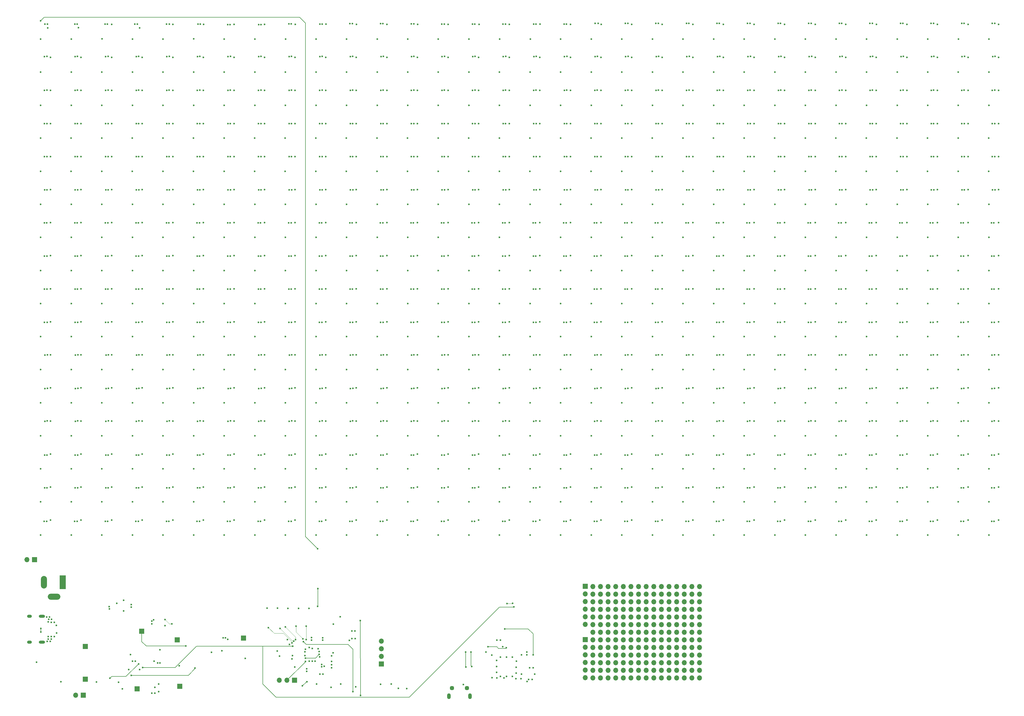
<source format=gbr>
%TF.GenerationSoftware,KiCad,Pcbnew,7.0.7*%
%TF.CreationDate,2024-03-03T19:12:32-08:00*%
%TF.ProjectId,rp2040_audio_spectrum,72703230-3430-45f6-9175-64696f5f7370,rev?*%
%TF.SameCoordinates,Original*%
%TF.FileFunction,Copper,L4,Bot*%
%TF.FilePolarity,Positive*%
%FSLAX46Y46*%
G04 Gerber Fmt 4.6, Leading zero omitted, Abs format (unit mm)*
G04 Created by KiCad (PCBNEW 7.0.7) date 2024-03-03 19:12:32*
%MOMM*%
%LPD*%
G01*
G04 APERTURE LIST*
%TA.AperFunction,ComponentPad*%
%ADD10O,1.700000X1.700000*%
%TD*%
%TA.AperFunction,ComponentPad*%
%ADD11R,1.700000X1.700000*%
%TD*%
%TA.AperFunction,ComponentPad*%
%ADD12O,1.200000X1.900000*%
%TD*%
%TA.AperFunction,ComponentPad*%
%ADD13C,1.450000*%
%TD*%
%TA.AperFunction,ComponentPad*%
%ADD14R,2.000000X4.600000*%
%TD*%
%TA.AperFunction,ComponentPad*%
%ADD15O,2.000000X4.200000*%
%TD*%
%TA.AperFunction,ComponentPad*%
%ADD16O,4.200000X2.000000*%
%TD*%
%TA.AperFunction,ComponentPad*%
%ADD17O,2.100000X1.000000*%
%TD*%
%TA.AperFunction,ComponentPad*%
%ADD18O,1.600000X1.000000*%
%TD*%
%TA.AperFunction,ViaPad*%
%ADD19C,0.600000*%
%TD*%
%TA.AperFunction,Conductor*%
%ADD20C,0.200000*%
%TD*%
%TA.AperFunction,Conductor*%
%ADD21C,0.100000*%
%TD*%
G04 APERTURE END LIST*
D10*
%TO.P,154,2*%
%TO.N,N/C*%
X248929200Y-236270800D03*
%TD*%
%TO.P,152,2*%
%TO.N,N/C*%
X243849200Y-236270800D03*
%TD*%
%TO.P,150,2*%
%TO.N,N/C*%
X238769200Y-236270800D03*
%TD*%
%TO.P,149,2*%
%TO.N,N/C*%
X274329200Y-233730800D03*
%TD*%
%TO.P,142,2*%
%TO.N,N/C*%
X256549200Y-233730800D03*
%TD*%
%TO.P,134,2*%
%TO.N,N/C*%
X274329200Y-231190800D03*
%TD*%
%TO.P,131,2*%
%TO.N,N/C*%
X266709200Y-231190800D03*
%TD*%
%TO.P,147,2*%
%TO.N,N/C*%
X269249200Y-233730800D03*
%TD*%
%TO.P,146,2*%
%TO.N,N/C*%
X266709200Y-233730800D03*
%TD*%
%TO.P,143,2*%
%TO.N,N/C*%
X259089200Y-233730800D03*
%TD*%
%TO.P,132,2*%
%TO.N,N/C*%
X269249200Y-231190800D03*
%TD*%
%TO.P,133,2*%
%TO.N,N/C*%
X271789200Y-231190800D03*
%TD*%
%TO.P,141,2*%
%TO.N,N/C*%
X254009200Y-233730800D03*
%TD*%
%TO.P,138,2*%
%TO.N,N/C*%
X246389200Y-233730800D03*
%TD*%
%TO.P,145,2*%
%TO.N,N/C*%
X264169200Y-233730800D03*
%TD*%
%TO.P,137,2*%
%TO.N,N/C*%
X243849200Y-233730800D03*
%TD*%
%TO.P,144,2*%
%TO.N,N/C*%
X261629200Y-233730800D03*
%TD*%
%TO.P,151,2*%
%TO.N,N/C*%
X241309200Y-236270800D03*
%TD*%
%TO.P,139,2*%
%TO.N,N/C*%
X248929200Y-233730800D03*
%TD*%
%TO.P,153,2*%
%TO.N,N/C*%
X246389200Y-236270800D03*
%TD*%
%TO.P,135,2*%
%TO.N,N/C*%
X238769200Y-233730800D03*
%TD*%
%TO.P,140,2*%
%TO.N,N/C*%
X251469200Y-233730800D03*
%TD*%
%TO.P,148,2*%
%TO.N,N/C*%
X271789200Y-233730800D03*
%TD*%
%TO.P,136,2*%
%TO.N,N/C*%
X241309200Y-233730800D03*
%TD*%
%TO.P,129,2*%
%TO.N,N/C*%
X261629200Y-231190800D03*
%TD*%
%TO.P,127,2*%
%TO.N,N/C*%
X256549200Y-231190800D03*
%TD*%
%TO.P,125,2*%
%TO.N,N/C*%
X251469200Y-231190800D03*
%TD*%
%TO.P,122,2*%
%TO.N,N/C*%
X243849200Y-231190800D03*
%TD*%
%TO.P,117,2*%
%TO.N,N/C*%
X269249200Y-228650800D03*
%TD*%
%TO.P,108,2*%
%TO.N,N/C*%
X246389200Y-228650800D03*
%TD*%
%TO.P,113,2*%
%TO.N,N/C*%
X259089200Y-228650800D03*
%TD*%
%TO.P,111,2*%
%TO.N,N/C*%
X254009200Y-228650800D03*
%TD*%
%TO.P,118,2*%
%TO.N,N/C*%
X271789200Y-228650800D03*
%TD*%
%TO.P,116,2*%
%TO.N,N/C*%
X266709200Y-228650800D03*
%TD*%
%TO.P,114,2*%
%TO.N,N/C*%
X261629200Y-228650800D03*
%TD*%
%TO.P,119,2*%
%TO.N,N/C*%
X274329200Y-228650800D03*
%TD*%
%TO.P,110,2*%
%TO.N,N/C*%
X251469200Y-228650800D03*
%TD*%
%TO.P,120,2*%
%TO.N,N/C*%
X238769200Y-231190800D03*
%TD*%
%TO.P,107,2*%
%TO.N,N/C*%
X243849200Y-228650800D03*
%TD*%
%TO.P,115,2*%
%TO.N,N/C*%
X264169200Y-228650800D03*
%TD*%
%TO.P,121,2*%
%TO.N,N/C*%
X241309200Y-231190800D03*
%TD*%
%TO.P,106,2*%
%TO.N,N/C*%
X241309200Y-228650800D03*
%TD*%
%TO.P,109,2*%
%TO.N,N/C*%
X248929200Y-228650800D03*
%TD*%
%TO.P,112,2*%
%TO.N,N/C*%
X256549200Y-228650800D03*
%TD*%
%TO.P,123,2*%
%TO.N,N/C*%
X246389200Y-231190800D03*
%TD*%
%TO.P,130,2*%
%TO.N,N/C*%
X264169200Y-231190800D03*
%TD*%
%TO.P,128,2*%
%TO.N,N/C*%
X259089200Y-231190800D03*
%TD*%
%TO.P,126,2*%
%TO.N,N/C*%
X254009200Y-231190800D03*
%TD*%
%TO.P,124,2*%
%TO.N,N/C*%
X248929200Y-231190800D03*
%TD*%
%TO.P,208,2*%
%TO.N,N/C*%
X271789200Y-243890800D03*
%TD*%
%TO.P,206,2*%
%TO.N,N/C*%
X266709200Y-243890800D03*
%TD*%
%TO.P,204,2*%
%TO.N,N/C*%
X261629200Y-243890800D03*
%TD*%
%TO.P,196,2*%
%TO.N,N/C*%
X241309200Y-243890800D03*
%TD*%
%TO.P,187,2*%
%TO.N,N/C*%
X256549200Y-241350800D03*
%TD*%
%TO.P,198,2*%
%TO.N,N/C*%
X246389200Y-243890800D03*
%TD*%
%TO.P,203,2*%
%TO.N,N/C*%
X259089200Y-243890800D03*
%TD*%
%TO.P,201,2*%
%TO.N,N/C*%
X254009200Y-243890800D03*
%TD*%
%TO.P,193,2*%
%TO.N,N/C*%
X271789200Y-241350800D03*
%TD*%
%TO.P,191,2*%
%TO.N,N/C*%
X266709200Y-241350800D03*
%TD*%
%TO.P,189,2*%
%TO.N,N/C*%
X261629200Y-241350800D03*
%TD*%
%TO.P,199,2*%
%TO.N,N/C*%
X248929200Y-243890800D03*
%TD*%
%TO.P,195,2*%
%TO.N,N/C*%
X238769200Y-243890800D03*
%TD*%
%TO.P,188,2*%
%TO.N,N/C*%
X259089200Y-241350800D03*
%TD*%
%TO.P,200,2*%
%TO.N,N/C*%
X251469200Y-243890800D03*
%TD*%
%TO.P,192,2*%
%TO.N,N/C*%
X269249200Y-241350800D03*
%TD*%
%TO.P,194,2*%
%TO.N,N/C*%
X274329200Y-241350800D03*
%TD*%
%TO.P,202,2*%
%TO.N,N/C*%
X256549200Y-243890800D03*
%TD*%
%TO.P,207,2*%
%TO.N,N/C*%
X269249200Y-243890800D03*
%TD*%
%TO.P,197,2*%
%TO.N,N/C*%
X243849200Y-243890800D03*
%TD*%
%TO.P,209,2*%
%TO.N,N/C*%
X274329200Y-243890800D03*
%TD*%
%TO.P,190,2*%
%TO.N,N/C*%
X264169200Y-241350800D03*
%TD*%
%TO.P,205,2*%
%TO.N,N/C*%
X264169200Y-243890800D03*
%TD*%
%TO.P,177,2*%
%TO.N,N/C*%
X269249200Y-238810800D03*
%TD*%
%TO.P,185,2*%
%TO.N,N/C*%
X251469200Y-241350800D03*
%TD*%
%TO.P,184,2*%
%TO.N,N/C*%
X248929200Y-241350800D03*
%TD*%
%TO.P,182,2*%
%TO.N,N/C*%
X243849200Y-241350800D03*
%TD*%
%TO.P,183,2*%
%TO.N,N/C*%
X246389200Y-241350800D03*
%TD*%
%TO.P,180,2*%
%TO.N,N/C*%
X238769200Y-241350800D03*
%TD*%
%TO.P,181,2*%
%TO.N,N/C*%
X241309200Y-241350800D03*
%TD*%
%TO.P,179,2*%
%TO.N,N/C*%
X274329200Y-238810800D03*
%TD*%
%TO.P,178,2*%
%TO.N,N/C*%
X271789200Y-238810800D03*
%TD*%
%TO.P,171,2*%
%TO.N,N/C*%
X254009200Y-238810800D03*
%TD*%
%TO.P,161,2*%
%TO.N,N/C*%
X266709200Y-236270800D03*
%TD*%
%TO.P,156,2*%
%TO.N,N/C*%
X254009200Y-236270800D03*
%TD*%
%TO.P,158,2*%
%TO.N,N/C*%
X259089200Y-236270800D03*
%TD*%
%TO.P,162,2*%
%TO.N,N/C*%
X269249200Y-236270800D03*
%TD*%
%TO.P,176,2*%
%TO.N,N/C*%
X266709200Y-238810800D03*
%TD*%
%TO.P,164,2*%
%TO.N,N/C*%
X274329200Y-236270800D03*
%TD*%
%TO.P,159,2*%
%TO.N,N/C*%
X261629200Y-236270800D03*
%TD*%
%TO.P,165,2*%
%TO.N,N/C*%
X238769200Y-238810800D03*
%TD*%
%TO.P,167,2*%
%TO.N,N/C*%
X243849200Y-238810800D03*
%TD*%
%TO.P,155,2*%
%TO.N,N/C*%
X251469200Y-236270800D03*
%TD*%
%TO.P,163,2*%
%TO.N,N/C*%
X271789200Y-236270800D03*
%TD*%
%TO.P,186,2*%
%TO.N,N/C*%
X254009200Y-241350800D03*
%TD*%
%TO.P,157,2*%
%TO.N,N/C*%
X256549200Y-236270800D03*
%TD*%
%TO.P,173,2*%
%TO.N,N/C*%
X259089200Y-238810800D03*
%TD*%
%TO.P,160,2*%
%TO.N,N/C*%
X264169200Y-236270800D03*
%TD*%
%TO.P,172,2*%
%TO.N,N/C*%
X256549200Y-238810800D03*
%TD*%
%TO.P,169,2*%
%TO.N,N/C*%
X248929200Y-238810800D03*
%TD*%
%TO.P,174,2*%
%TO.N,N/C*%
X261629200Y-238810800D03*
%TD*%
%TO.P,168,2*%
%TO.N,N/C*%
X246389200Y-238810800D03*
%TD*%
%TO.P,166,2*%
%TO.N,N/C*%
X241309200Y-238810800D03*
%TD*%
%TO.P,175,2*%
%TO.N,N/C*%
X264169200Y-238810800D03*
%TD*%
%TO.P,170,2*%
%TO.N,N/C*%
X251469200Y-238810800D03*
%TD*%
%TO.P,38,2*%
%TO.N,N/C*%
X259089200Y-215950800D03*
%TD*%
%TO.P,36,2*%
%TO.N,N/C*%
X254009200Y-215950800D03*
%TD*%
%TO.P,35,2*%
%TO.N,N/C*%
X251469200Y-215950800D03*
%TD*%
%TO.P,23,2*%
%TO.N,N/C*%
X259089200Y-213410800D03*
%TD*%
%TO.P,29,2*%
%TO.N,N/C*%
X274329200Y-213410800D03*
%TD*%
%TO.P,19,2*%
%TO.N,N/C*%
X248929200Y-213410800D03*
%TD*%
%TO.P,24,2*%
%TO.N,N/C*%
X261629200Y-213410800D03*
%TD*%
%TO.P,28,2*%
%TO.N,N/C*%
X271789200Y-213410800D03*
%TD*%
%TO.P,32,2*%
%TO.N,N/C*%
X243849200Y-215950800D03*
%TD*%
%TO.P,25,2*%
%TO.N,N/C*%
X264169200Y-213410800D03*
%TD*%
%TO.P,33,2*%
%TO.N,N/C*%
X246389200Y-215950800D03*
%TD*%
%TO.P,27,2*%
%TO.N,N/C*%
X269249200Y-213410800D03*
%TD*%
%TO.P,26,2*%
%TO.N,N/C*%
X266709200Y-213410800D03*
%TD*%
%TO.P,22,2*%
%TO.N,N/C*%
X256549200Y-213410800D03*
%TD*%
%TO.P,21,2*%
%TO.N,N/C*%
X254009200Y-213410800D03*
%TD*%
%TO.P,20,2*%
%TO.N,N/C*%
X251469200Y-213410800D03*
%TD*%
%TO.P,16,2*%
%TO.N,N/C*%
X241309200Y-213410800D03*
%TD*%
%TO.P,34,2*%
%TO.N,N/C*%
X248929200Y-215950800D03*
%TD*%
%TO.P,41,2*%
%TO.N,N/C*%
X266709200Y-215950800D03*
%TD*%
%TO.P,40,2*%
%TO.N,N/C*%
X264169200Y-215950800D03*
%TD*%
%TO.P,39,2*%
%TO.N,N/C*%
X261629200Y-215950800D03*
%TD*%
%TO.P,37,2*%
%TO.N,N/C*%
X256549200Y-215950800D03*
%TD*%
%TO.P,31,2*%
%TO.N,N/C*%
X241309200Y-215950800D03*
%TD*%
%TO.P,30,2*%
%TO.N,N/C*%
X238769200Y-215950800D03*
%TD*%
%TO.P,17,2*%
%TO.N,N/C*%
X243849200Y-213410800D03*
%TD*%
%TO.P,18,2*%
%TO.N,N/C*%
X246389200Y-213410800D03*
%TD*%
%TO.P,105,2*%
%TO.N,N/C*%
X238769200Y-228650800D03*
%TD*%
%TO.P,104,2*%
%TO.N,N/C*%
X274329200Y-226110800D03*
%TD*%
%TO.P,103,2*%
%TO.N,N/C*%
X271789200Y-226110800D03*
%TD*%
%TO.P,102,2*%
%TO.N,N/C*%
X269249200Y-226110800D03*
%TD*%
%TO.P,94,2*%
%TO.N,N/C*%
X248929200Y-226110800D03*
%TD*%
%TO.P,88,2*%
%TO.N,N/C*%
X271789200Y-223570800D03*
%TD*%
%TO.P,100,2*%
%TO.N,N/C*%
X264169200Y-226110800D03*
%TD*%
%TO.P,80,2*%
%TO.N,N/C*%
X251469200Y-223570800D03*
%TD*%
%TO.P,98,2*%
%TO.N,N/C*%
X259089200Y-226110800D03*
%TD*%
%TO.P,90,2*%
%TO.N,N/C*%
X238769200Y-226110800D03*
%TD*%
%TO.P,99,2*%
%TO.N,N/C*%
X261629200Y-226110800D03*
%TD*%
%TO.P,93,2*%
%TO.N,N/C*%
X246389200Y-226110800D03*
%TD*%
%TO.P,97,2*%
%TO.N,N/C*%
X256549200Y-226110800D03*
%TD*%
%TO.P,96,2*%
%TO.N,N/C*%
X254009200Y-226110800D03*
%TD*%
%TO.P,86,2*%
%TO.N,N/C*%
X266709200Y-223570800D03*
%TD*%
%TO.P,85,2*%
%TO.N,N/C*%
X264169200Y-223570800D03*
%TD*%
%TO.P,91,2*%
%TO.N,N/C*%
X241309200Y-226110800D03*
%TD*%
%TO.P,87,2*%
%TO.N,N/C*%
X269249200Y-223570800D03*
%TD*%
%TO.P,95,2*%
%TO.N,N/C*%
X251469200Y-226110800D03*
%TD*%
%TO.P,92,2*%
%TO.N,N/C*%
X243849200Y-226110800D03*
%TD*%
%TO.P,84,2*%
%TO.N,N/C*%
X261629200Y-223570800D03*
%TD*%
%TO.P,81,2*%
%TO.N,N/C*%
X254009200Y-223570800D03*
%TD*%
%TO.P,82,2*%
%TO.N,N/C*%
X256549200Y-223570800D03*
%TD*%
%TO.P,83,2*%
%TO.N,N/C*%
X259089200Y-223570800D03*
%TD*%
%TO.P,79,2*%
%TO.N,N/C*%
X248929200Y-223570800D03*
%TD*%
%TO.P,101,2*%
%TO.N,N/C*%
X266709200Y-226110800D03*
%TD*%
%TO.P,89,2*%
%TO.N,N/C*%
X274329200Y-223570800D03*
%TD*%
%TO.P,77,2*%
%TO.N,N/C*%
X243849200Y-223570800D03*
%TD*%
%TO.P,71,2*%
%TO.N,N/C*%
X266709200Y-221030800D03*
%TD*%
%TO.P,63,2*%
%TO.N,N/C*%
X246389200Y-221030800D03*
%TD*%
%TO.P,70,2*%
%TO.N,N/C*%
X264169200Y-221030800D03*
%TD*%
%TO.P,67,2*%
%TO.N,N/C*%
X256549200Y-221030800D03*
%TD*%
%TO.P,76,2*%
%TO.N,N/C*%
X241309200Y-223570800D03*
%TD*%
%TO.P,69,2*%
%TO.N,N/C*%
X261629200Y-221030800D03*
%TD*%
%TO.P,75,2*%
%TO.N,N/C*%
X238769200Y-223570800D03*
%TD*%
%TO.P,74,2*%
%TO.N,N/C*%
X274329200Y-221030800D03*
%TD*%
%TO.P,66,2*%
%TO.N,N/C*%
X254009200Y-221030800D03*
%TD*%
%TO.P,68,2*%
%TO.N,N/C*%
X259089200Y-221030800D03*
%TD*%
%TO.P,72,2*%
%TO.N,N/C*%
X269249200Y-221030800D03*
%TD*%
%TO.P,73,2*%
%TO.N,N/C*%
X271789200Y-221030800D03*
%TD*%
%TO.P,65,2*%
%TO.N,N/C*%
X251469200Y-221030800D03*
%TD*%
%TO.P,61,2*%
%TO.N,N/C*%
X241309200Y-221030800D03*
%TD*%
%TO.P,57,2*%
%TO.N,N/C*%
X269249200Y-218490800D03*
%TD*%
%TO.P,56,2*%
%TO.N,N/C*%
X266709200Y-218490800D03*
%TD*%
%TO.P,44,2*%
%TO.N,N/C*%
X274329200Y-215950800D03*
%TD*%
%TO.P,52,2*%
%TO.N,N/C*%
X256549200Y-218490800D03*
%TD*%
%TO.P,64,2*%
%TO.N,N/C*%
X248929200Y-221030800D03*
%TD*%
%TO.P,55,2*%
%TO.N,N/C*%
X264169200Y-218490800D03*
%TD*%
%TO.P,78,2*%
%TO.N,N/C*%
X246389200Y-223570800D03*
%TD*%
%TO.P,53,2*%
%TO.N,N/C*%
X259089200Y-218490800D03*
%TD*%
%TO.P,54,2*%
%TO.N,N/C*%
X261629200Y-218490800D03*
%TD*%
%TO.P,42,2*%
%TO.N,N/C*%
X269249200Y-215950800D03*
%TD*%
%TO.P,46,2*%
%TO.N,N/C*%
X241309200Y-218490800D03*
%TD*%
%TO.P,43,2*%
%TO.N,N/C*%
X271789200Y-215950800D03*
%TD*%
%TO.P,62,2*%
%TO.N,N/C*%
X243849200Y-221030800D03*
%TD*%
%TO.P,58,2*%
%TO.N,N/C*%
X271789200Y-218490800D03*
%TD*%
%TO.P,47,2*%
%TO.N,N/C*%
X243849200Y-218490800D03*
%TD*%
%TO.P,50,2*%
%TO.N,N/C*%
X251469200Y-218490800D03*
%TD*%
%TO.P,45,2*%
%TO.N,N/C*%
X238769200Y-218490800D03*
%TD*%
%TO.P,59,2*%
%TO.N,N/C*%
X274329200Y-218490800D03*
%TD*%
%TO.P,51,2*%
%TO.N,N/C*%
X254009200Y-218490800D03*
%TD*%
%TO.P,48,2*%
%TO.N,N/C*%
X246389200Y-218490800D03*
%TD*%
%TO.P,60,2*%
%TO.N,N/C*%
X238769200Y-221030800D03*
%TD*%
%TO.P,49,2*%
%TO.N,N/C*%
X248929200Y-218490800D03*
%TD*%
%TO.P,15,2*%
%TO.N,N/C*%
X238769200Y-213410800D03*
%TD*%
D11*
%TO.P,J11,1,Pin_1*%
%TO.N,+3.3V*%
X236220000Y-213360000D03*
D10*
%TO.P,J11,2,Pin_2*%
X236220000Y-215900000D03*
%TO.P,J11,3,Pin_3*%
X236220000Y-218440000D03*
%TO.P,J11,4,Pin_4*%
X236220000Y-220980000D03*
%TO.P,J11,5,Pin_5*%
X236220000Y-223520000D03*
%TO.P,J11,6,Pin_6*%
X236220000Y-226060000D03*
%TD*%
D11*
%TO.P,J10,1,Pin_1*%
%TO.N,GND*%
X236220000Y-231140000D03*
D10*
%TO.P,J10,2,Pin_2*%
X236220000Y-233680000D03*
%TO.P,J10,3,Pin_3*%
X236220000Y-236220000D03*
%TO.P,J10,4,Pin_4*%
X236220000Y-238760000D03*
%TO.P,J10,5,Pin_5*%
X236220000Y-241300000D03*
%TO.P,J10,6,Pin_6*%
X236220000Y-243840000D03*
%TD*%
D11*
%TO.P,J4,1,Pin_1*%
%TO.N,+3.3V*%
X168224200Y-239242600D03*
D10*
%TO.P,J4,2,Pin_2*%
%TO.N,/MCU/ADC1*%
X168224200Y-236702600D03*
%TO.P,J4,3,Pin_3*%
%TO.N,/MCU/ADC2*%
X168224200Y-234162600D03*
%TO.P,J4,4,Pin_4*%
%TO.N,GND*%
X168224200Y-231622600D03*
%TD*%
D11*
%TO.P,J5,1,Pin_1*%
%TO.N,+5V*%
X52608800Y-204469600D03*
D10*
%TO.P,J5,2,Pin_2*%
%TO.N,GND*%
X50068800Y-204469600D03*
%TD*%
D11*
%TO.P,J2,1,Pin_1*%
%TO.N,/MCU/SWCLK*%
X139329400Y-244703200D03*
D10*
%TO.P,J2,2,Pin_2*%
%TO.N,/MCU/SWD*%
X136789400Y-244703200D03*
%TO.P,J2,3,Pin_3*%
%TO.N,GND*%
X134249400Y-244703200D03*
%TD*%
D11*
%TO.P,TP7,1,1*%
%TO.N,/Analog/switch_out*%
X86791800Y-247573800D03*
%TD*%
%TO.P,J3,1,Pin_1*%
%TO.N,+3.3V*%
X68884800Y-249656600D03*
D10*
%TO.P,J3,2,Pin_2*%
%TO.N,GND*%
X66344800Y-249656600D03*
%TD*%
D11*
%TO.P,TP4,1,1*%
%TO.N,Net-(R16-Pad2)*%
X100203000Y-231267000D03*
%TD*%
D12*
%TO.P,J8,6,Shield*%
%TO.N,unconnected-(J8-Shield-Pad6)*%
X190815200Y-249994400D03*
D13*
X191815200Y-247294400D03*
X196815200Y-247294400D03*
D12*
X197815200Y-249994400D03*
%TD*%
D14*
%TO.P,J6,1*%
%TO.N,+5V*%
X62027600Y-212024200D03*
D15*
%TO.P,J6,2*%
%TO.N,GND*%
X55727600Y-212024200D03*
D16*
%TO.P,J6,3*%
%TO.N,unconnected-(J6-Pad3)*%
X59127600Y-216824200D03*
%TD*%
D11*
%TO.P,TP3,1,1*%
%TO.N,Net-(U6B-+)*%
X101041200Y-246735600D03*
%TD*%
%TO.P,TP5,1,1*%
%TO.N,/Analog/amp_out*%
X88366600Y-228371400D03*
%TD*%
%TO.P,TP2,1,1*%
%TO.N,Net-(C20-Pad1)*%
X69545200Y-233426000D03*
%TD*%
%TO.P,TP6,1,1*%
%TO.N,ADC0*%
X122301000Y-230632000D03*
%TD*%
%TO.P,TP1,1,1*%
%TO.N,Net-(C19-Pad1)*%
X69545200Y-244348000D03*
%TD*%
D17*
%TO.P,J1,S1,SHIELD*%
%TO.N,unconnected-(J1-SHIELD-PadS1)*%
X55047600Y-223340200D03*
D18*
X50867600Y-223340200D03*
D17*
X55047600Y-231980200D03*
D18*
X50867600Y-231980200D03*
%TD*%
D19*
%TO.N,+3.3V*%
X142748000Y-236448600D03*
X140614400Y-220726000D03*
X144195800Y-233756200D03*
X208000600Y-231292400D03*
X147684382Y-236870426D03*
X94467716Y-238942181D03*
X73279000Y-245313200D03*
X82296000Y-218059000D03*
X217728800Y-240538000D03*
X159502200Y-230825000D03*
X149199600Y-240004600D03*
X91694000Y-225856800D03*
X148386800Y-239445800D03*
X144983200Y-231304503D03*
X93980000Y-245950100D03*
X116306600Y-230555800D03*
X87630000Y-241122200D03*
X214985600Y-242620800D03*
X133654800Y-220624400D03*
X94451400Y-234518200D03*
X139395200Y-240258600D03*
X130175000Y-220624400D03*
X92760800Y-247042300D03*
X158435400Y-230799600D03*
X148666200Y-231343200D03*
X208686400Y-233476800D03*
X96139000Y-226491800D03*
X144094200Y-220726000D03*
X157556200Y-231394000D03*
X176761400Y-247467600D03*
X143357600Y-240893600D03*
X117068600Y-231063800D03*
X84872304Y-219470122D03*
X86182200Y-238328200D03*
X154538500Y-223535200D03*
X219379800Y-242697000D03*
X137109200Y-220726000D03*
X148386800Y-240182400D03*
%TO.N,GND*%
X333312000Y-36931600D03*
X78312000Y-136160200D03*
X311578735Y-136115247D03*
X98712000Y-58978800D03*
X138298303Y-58978800D03*
X149712000Y-147189200D03*
X311630303Y-58978800D03*
X206781400Y-243890800D03*
X108966000Y-25908000D03*
X250428671Y-25546238D03*
X323112000Y-103073200D03*
X66916271Y-114192238D03*
X168886303Y-58978800D03*
X292512000Y-180276200D03*
X97579012Y-158204510D03*
X312912000Y-158218200D03*
X209956400Y-237007400D03*
X261912000Y-47955200D03*
X148371503Y-92100400D03*
X362421103Y-169570400D03*
X149712000Y-169247200D03*
X210912000Y-47955200D03*
X282322800Y-25908000D03*
X219736271Y-114192238D03*
X270775012Y-158204510D03*
X98712000Y-169247200D03*
X331903012Y-158204510D03*
X168796271Y-114192238D03*
X148525413Y-36589310D03*
X179134735Y-147291247D03*
X128125413Y-36589310D03*
X170112000Y-180276200D03*
X210912000Y-136160200D03*
X210912000Y-180276200D03*
X170112000Y-158218200D03*
X180312000Y-136160200D03*
X372622400Y-125272800D03*
X200712000Y-136160200D03*
X291325413Y-36589310D03*
X343512000Y-92049600D03*
X108912000Y-147189200D03*
X57912000Y-147189200D03*
X97514303Y-70002400D03*
X137591800Y-232740200D03*
X261912000Y-81026000D03*
X206756000Y-231292400D03*
X119176800Y-25908000D03*
X134340600Y-236651800D03*
X292512000Y-70002400D03*
X270674000Y-191668400D03*
X323112000Y-81026000D03*
X88512000Y-180276200D03*
X241512000Y-169247200D03*
X139512000Y-47955200D03*
X148666200Y-230543697D03*
X108912000Y-81026000D03*
X241512000Y-81026000D03*
X107818735Y-147291247D03*
X231312000Y-81026000D03*
X230125413Y-36589310D03*
X159912000Y-169247200D03*
X372706735Y-136115247D03*
X168798303Y-103174800D03*
X292512000Y-158218200D03*
X119112000Y-136160200D03*
X128155103Y-25958800D03*
X292512000Y-58978800D03*
X343512000Y-147189200D03*
X158559503Y-92100400D03*
X311428271Y-114192238D03*
X147472400Y-235102400D03*
X88512000Y-58978800D03*
X213233000Y-240334800D03*
X372857103Y-81076800D03*
X180312000Y-70002400D03*
X272112000Y-147189200D03*
X250290000Y-191668400D03*
X138293413Y-47866910D03*
X159664400Y-246888000D03*
X88512000Y-70002400D03*
X301390735Y-147291247D03*
X147142200Y-234188000D03*
X117906303Y-70002400D03*
X168754000Y-191668400D03*
X343512000Y-125131200D03*
X362610303Y-70002400D03*
X311379503Y-92100400D03*
X352233103Y-169570400D03*
X57912000Y-47955200D03*
X374112000Y-158218200D03*
X87318303Y-58978800D03*
X272112000Y-169247200D03*
X343512000Y-180276200D03*
X342142735Y-136115247D03*
X138331012Y-158204510D03*
X209601103Y-169570400D03*
X280963012Y-158204510D03*
X209647012Y-158204510D03*
X332022303Y-70002400D03*
X171529000Y-245994400D03*
X219866303Y-58978800D03*
X343516800Y-25908000D03*
X149712000Y-125131200D03*
X323112000Y-136160200D03*
X209721103Y-81076800D03*
X321618303Y-103174800D03*
X168747503Y-92100400D03*
X260587012Y-158204510D03*
X58200800Y-230936800D03*
X291105103Y-169570400D03*
X205054200Y-236321600D03*
X272112000Y-114102200D03*
X68112000Y-136160200D03*
X342180671Y-25546238D03*
X240165103Y-180492400D03*
X210912000Y-70002400D03*
X343512000Y-70002400D03*
X190512000Y-103073200D03*
X301384671Y-25546238D03*
X117794000Y-191668400D03*
X77026000Y-191668400D03*
X343512000Y-81026000D03*
X66969103Y-169570400D03*
X231312000Y-114102200D03*
X342213413Y-47866910D03*
X209499503Y-92100400D03*
X240211012Y-158204510D03*
X178986303Y-103174800D03*
X261912000Y-114102200D03*
X168881413Y-47866910D03*
X67066735Y-136115247D03*
X332017413Y-47866910D03*
X241512000Y-103073200D03*
X280866303Y-103174800D03*
X292512000Y-136160200D03*
X240262735Y-136115247D03*
X179077413Y-47866910D03*
X353712000Y-125131200D03*
X331870400Y-125272800D03*
X301390735Y-136115247D03*
X221112000Y-36931600D03*
X291238303Y-70002400D03*
X129312000Y-180276200D03*
X282312000Y-180276200D03*
X282312000Y-103073200D03*
X158707012Y-158204510D03*
X149712000Y-103073200D03*
X292512000Y-125131200D03*
X302712000Y-158218200D03*
X219835012Y-158204510D03*
X240253413Y-47866910D03*
X241512000Y-147189200D03*
X241512000Y-114102200D03*
X149712000Y-158218200D03*
X261912000Y-180276200D03*
X159912000Y-70002400D03*
X56642000Y-191668400D03*
X260650303Y-70002400D03*
X363912000Y-81026000D03*
X301293103Y-180492400D03*
X139512000Y-158218200D03*
X282312000Y-114102200D03*
X57378600Y-224409000D03*
X231312000Y-169247200D03*
X219714000Y-191668400D03*
X312912000Y-58978800D03*
X88512000Y-92049600D03*
X57200800Y-230936800D03*
X97480271Y-114192238D03*
X230074735Y-136115247D03*
X87345103Y-169570400D03*
X323112000Y-58978800D03*
X203174600Y-235254800D03*
X78312000Y-92049600D03*
X312912000Y-136160200D03*
X149712000Y-114102200D03*
X260490303Y-103174800D03*
X221112000Y-136160200D03*
X77548353Y-220915428D03*
X149712000Y-81026000D03*
X180312000Y-92049600D03*
X107705413Y-47866910D03*
X66867503Y-92100400D03*
X57912000Y-58978800D03*
X189225103Y-180492400D03*
X92470200Y-238328200D03*
X240309103Y-81076800D03*
X374112000Y-92049600D03*
X291233413Y-47866910D03*
X98780600Y-25882600D03*
X179056703Y-25704800D03*
X97431503Y-92100400D03*
X240178400Y-125272800D03*
X374112000Y-47955200D03*
X68112000Y-36931600D03*
X333312000Y-114102200D03*
X119112000Y-191305200D03*
X341992271Y-114192238D03*
X68112000Y-180276200D03*
X312912000Y-81026000D03*
X282312000Y-92049600D03*
X98712000Y-70002400D03*
X372594000Y-191668400D03*
X81864200Y-247599200D03*
X128153103Y-81076800D03*
X88512000Y-81026000D03*
X282312000Y-36931600D03*
X343512000Y-58978800D03*
X219917103Y-81076800D03*
X209725413Y-36589310D03*
X57581800Y-223596200D03*
X343512000Y-36931600D03*
X352414303Y-70002400D03*
X58293000Y-224409000D03*
X281014735Y-147291247D03*
X321782671Y-25546238D03*
X230074735Y-147291247D03*
X56781103Y-169570400D03*
X321669103Y-169570400D03*
X333312000Y-92049600D03*
X292512000Y-114102200D03*
X189278303Y-70002400D03*
X219738303Y-103174800D03*
X190512000Y-147189200D03*
X250525413Y-36589310D03*
X261912000Y-136160200D03*
X221112000Y-47955200D03*
X353712000Y-36931600D03*
X119112000Y-147189200D03*
X281042303Y-58978800D03*
X129312000Y-147189200D03*
X302712000Y-70002400D03*
X292512000Y-81026000D03*
X270729103Y-169570400D03*
X260638735Y-136115247D03*
X98712000Y-114102200D03*
X158608271Y-114192238D03*
X200712000Y-125131200D03*
X170112000Y-169247200D03*
X272112000Y-103073200D03*
X251712000Y-36931600D03*
X341994303Y-103174800D03*
X280864271Y-114192238D03*
X56642000Y-223596200D03*
X66864487Y-25857577D03*
X92760800Y-248972700D03*
X240538000Y-25552400D03*
X149712000Y-92049600D03*
X168946735Y-147291247D03*
X343512000Y-47955200D03*
X302712000Y-58978800D03*
X189278303Y-58978800D03*
X302712000Y-147189200D03*
X372706735Y-147291247D03*
X168862400Y-125272800D03*
X78312000Y-36931600D03*
X251714000Y-25908000D03*
X280986671Y-25546238D03*
X362402000Y-191668400D03*
X282312000Y-136160200D03*
X270742400Y-125272800D03*
X77157103Y-169570400D03*
X68112000Y-147189200D03*
X209601103Y-180492400D03*
X270678303Y-103174800D03*
X272112000Y-47955200D03*
X333312000Y-191305200D03*
X333312000Y-147189200D03*
X362518735Y-147291247D03*
X372777671Y-25546238D03*
X210912000Y-125131200D03*
X56810400Y-231749600D03*
X138183503Y-92100400D03*
X139512000Y-70002400D03*
X87369103Y-81076800D03*
X117955012Y-158204510D03*
X333312000Y-125131200D03*
X136906000Y-231140000D03*
X92329000Y-224510600D03*
X218871800Y-240512600D03*
X209698735Y-147291247D03*
X56972200Y-27101800D03*
X87325413Y-36589310D03*
X189238400Y-125272800D03*
X363912000Y-125131200D03*
X129336800Y-25908000D03*
X251712000Y-125131200D03*
X91694150Y-224963782D03*
X321715012Y-158204510D03*
X189172271Y-114192238D03*
X148494303Y-70002400D03*
X129312000Y-47955200D03*
X118006735Y-147291247D03*
X56878735Y-136115247D03*
X190550800Y-25908000D03*
X231312000Y-191305200D03*
X149712000Y-180276200D03*
X301429413Y-47866910D03*
X119112000Y-70002400D03*
X84607400Y-236118400D03*
X342045103Y-169570400D03*
X363912000Y-36931600D03*
X119112000Y-81026000D03*
X107721103Y-180492400D03*
X363912000Y-92049600D03*
X88512000Y-36931600D03*
X56730303Y-103174800D03*
X312912000Y-92049600D03*
X68112000Y-191305200D03*
X129312000Y-103073200D03*
X282312000Y-125131200D03*
X261912000Y-125131200D03*
X240114303Y-103174800D03*
X270826735Y-147291247D03*
X240098000Y-191668400D03*
X363912000Y-169247200D03*
X77203012Y-158204510D03*
X342218303Y-58978800D03*
X280866000Y-191668400D03*
X312912000Y-70002400D03*
X180390800Y-25908000D03*
X139512000Y-81026000D03*
X87243503Y-92100400D03*
X56896000Y-25857200D03*
X250353103Y-169570400D03*
X229875503Y-92100400D03*
X190512000Y-47955200D03*
X129312000Y-158218200D03*
X170129200Y-25908000D03*
X144983200Y-230505000D03*
X282312000Y-147189200D03*
X151638000Y-238429800D03*
X302712000Y-103073200D03*
X241512000Y-36931600D03*
X311442000Y-191668400D03*
X129312000Y-70002400D03*
X219789103Y-180492400D03*
X280815503Y-92100400D03*
X138430000Y-237540800D03*
X321567503Y-92100400D03*
X362368271Y-114192238D03*
X98712000Y-191305200D03*
X117957103Y-81076800D03*
X301242303Y-103174800D03*
X68112000Y-169247200D03*
X221112000Y-114102200D03*
X291105103Y-180492400D03*
X209169000Y-243890800D03*
X108912000Y-92049600D03*
X108912000Y-191305200D03*
X353712000Y-103073200D03*
X127995503Y-92100400D03*
X148486400Y-125272800D03*
X210912000Y-36931600D03*
X138325413Y-36589310D03*
X250454303Y-70002400D03*
X240262735Y-147291247D03*
X291238303Y-58978800D03*
X282312000Y-158218200D03*
X82296000Y-221589600D03*
X158610303Y-103174800D03*
X107767012Y-158204510D03*
X98712000Y-125131200D03*
X108912000Y-114102200D03*
X128194735Y-136115247D03*
X87442735Y-147291247D03*
X148473103Y-180492400D03*
X170112000Y-147189200D03*
X77170400Y-125272800D03*
X323118800Y-25908000D03*
X231312000Y-70002400D03*
X200712000Y-92049600D03*
X301434303Y-58978800D03*
X311481103Y-180492400D03*
X180312000Y-191305200D03*
X57912000Y-125131200D03*
X108912000Y-36931600D03*
X180312000Y-125131200D03*
X107710303Y-58978800D03*
X291054303Y-103174800D03*
X333312000Y-180276200D03*
X117856271Y-114192238D03*
X250454303Y-58978800D03*
X88512000Y-147189200D03*
X374112000Y-136160200D03*
X230113103Y-81076800D03*
X57912000Y-180276200D03*
X159912000Y-36931600D03*
X179083012Y-158204510D03*
X291289103Y-81076800D03*
X321766735Y-147291247D03*
X261912000Y-92049600D03*
X88512000Y-136160200D03*
X87391012Y-158204510D03*
X159912000Y-136160200D03*
X323112000Y-147189200D03*
X372806303Y-70002400D03*
X189174303Y-103174800D03*
X199510735Y-136115247D03*
X107818735Y-136115247D03*
X66918303Y-103174800D03*
X190512000Y-92049600D03*
X128102303Y-70002400D03*
X219789103Y-169570400D03*
X301525413Y-36589310D03*
X119112000Y-36931600D03*
X341943503Y-92100400D03*
X281125413Y-36589310D03*
X311725413Y-36589310D03*
X148525903Y-25806400D03*
X363912000Y-180276200D03*
X138213503Y-25704800D03*
X88512000Y-114102200D03*
X301306400Y-125272800D03*
X363912000Y-114102200D03*
X179037103Y-169570400D03*
X372556271Y-114192238D03*
X231312000Y-103073200D03*
X170112000Y-92049600D03*
X119112000Y-58978800D03*
X78312000Y-103073200D03*
X77254735Y-136115247D03*
X190512000Y-180276200D03*
X56725413Y-36589310D03*
X270627503Y-92100400D03*
X68112000Y-125131200D03*
X291003503Y-92100400D03*
X88512000Y-169247200D03*
X190512000Y-81026000D03*
X216814400Y-245135400D03*
X149712000Y-47955200D03*
X57912000Y-81026000D03*
X292512000Y-47955200D03*
X97565103Y-81076800D03*
X148570735Y-136115247D03*
X151485600Y-247065800D03*
X206705200Y-238099600D03*
X301240271Y-114192238D03*
X149712000Y-36931600D03*
X128097103Y-180492400D03*
X221112000Y-169247200D03*
X179050400Y-125272800D03*
X260588671Y-25546238D03*
X56781103Y-81076800D03*
X98712000Y-147189200D03*
X76897903Y-25831800D03*
X179134735Y-136115247D03*
X372609103Y-169570400D03*
X168925413Y-36589310D03*
X291052271Y-114192238D03*
X199413103Y-180492400D03*
X148494303Y-58978800D03*
X272123800Y-25908000D03*
X352414303Y-58978800D03*
X206705200Y-240106200D03*
X139512000Y-136160200D03*
X170112000Y-103073200D03*
X270897103Y-81076800D03*
X312912000Y-47955200D03*
X219802400Y-125272800D03*
X210912000Y-147189200D03*
X78312000Y-169247200D03*
X128044271Y-114192238D03*
X199330000Y-191668400D03*
X372558303Y-103174800D03*
X158685413Y-47866910D03*
X66926303Y-70002400D03*
X66921413Y-47866910D03*
X210912000Y-169247200D03*
X57912000Y-169247200D03*
X107725413Y-36589310D03*
X250450735Y-136115247D03*
X159912000Y-103073200D03*
X129312000Y-114102200D03*
X189271012Y-158204510D03*
X282312000Y-70002400D03*
X190512000Y-136160200D03*
X362370303Y-103174800D03*
X343512000Y-114102200D03*
X363912000Y-191305200D03*
X216789000Y-236245400D03*
X261912000Y-191305200D03*
X67208400Y-27000200D03*
X59917600Y-226415600D03*
X158584303Y-25654000D03*
X207975200Y-243433600D03*
X292521800Y-25908000D03*
X56794400Y-125272800D03*
X219886735Y-136115247D03*
X68112000Y-114102200D03*
X280930400Y-125272800D03*
X352330735Y-147291247D03*
X260439503Y-92100400D03*
X261912000Y-103073200D03*
X353712000Y-114102200D03*
X189138000Y-191668400D03*
X167973000Y-246045200D03*
X53263800Y-238709200D03*
X159912000Y-125131200D03*
X56878735Y-147291247D03*
X261912000Y-70002400D03*
X78312000Y-180276200D03*
X342091012Y-158204510D03*
X139512000Y-103073200D03*
X77125413Y-36589310D03*
X272112000Y-180276200D03*
X199525413Y-36589310D03*
X321821413Y-47866910D03*
X180312000Y-147189200D03*
X353712000Y-147189200D03*
X261924800Y-25908000D03*
X333312000Y-58978800D03*
X282312000Y-169247200D03*
X374112000Y-169247200D03*
X342325413Y-36589310D03*
X282312000Y-58978800D03*
X219866303Y-70002400D03*
X159912000Y-191305200D03*
X221112000Y-147189200D03*
X97514303Y-58978800D03*
X129312000Y-169247200D03*
X302712000Y-169247200D03*
X372609103Y-180492400D03*
X363912000Y-58978800D03*
X311481103Y-169570400D03*
X209550303Y-103174800D03*
X331806303Y-103174800D03*
X97525413Y-36589310D03*
X301339012Y-158204510D03*
X353712000Y-180276200D03*
X139512000Y-36931600D03*
X260725413Y-36589310D03*
X291185671Y-25546238D03*
X221112000Y-70002400D03*
X68112000Y-158218200D03*
X61366400Y-245186200D03*
X362725413Y-36589310D03*
X352182303Y-103174800D03*
X292512000Y-36931600D03*
X231312000Y-47955200D03*
X77106303Y-103174800D03*
X189325413Y-36589310D03*
X149712000Y-136160200D03*
X219687503Y-92100400D03*
X108912000Y-58978800D03*
X210912000Y-58978800D03*
X270841413Y-47866910D03*
X301293103Y-169570400D03*
X302712000Y-180276200D03*
X107710303Y-70002400D03*
X241512000Y-158218200D03*
X128046303Y-103174800D03*
X213233000Y-242341400D03*
X77122303Y-58978800D03*
X302712000Y-125131200D03*
X66834000Y-191668400D03*
X190512000Y-158218200D03*
X139512000Y-114102200D03*
X292512000Y-169247200D03*
X270729103Y-180492400D03*
X302712000Y-92049600D03*
X146151600Y-238379000D03*
X231312000Y-158218200D03*
X158758735Y-136115247D03*
X272112000Y-158218200D03*
X374112000Y-125131200D03*
X87218000Y-191668400D03*
X250302303Y-103174800D03*
X270826735Y-136115247D03*
X88512000Y-103073200D03*
X272112000Y-125131200D03*
X139512000Y-58978800D03*
X302712000Y-136160200D03*
X159912000Y-147189200D03*
X210912000Y-191305200D03*
X149712000Y-58978800D03*
X311430303Y-103174800D03*
X84048600Y-241122200D03*
X312912000Y-114102200D03*
X301434303Y-70002400D03*
X251712000Y-58978800D03*
X159912000Y-47955200D03*
X312912000Y-180276200D03*
X231312000Y-136160200D03*
X323112000Y-125131200D03*
X374112000Y-81026000D03*
X333312000Y-158218200D03*
X178946000Y-191668400D03*
X78312000Y-158218200D03*
X107734400Y-125272800D03*
X352233103Y-180492400D03*
X250251503Y-92100400D03*
X98712000Y-47955200D03*
X128102303Y-58978800D03*
X199362303Y-103174800D03*
X362421103Y-180492400D03*
X138178000Y-191668400D03*
X352279012Y-158204510D03*
X97546400Y-125272800D03*
X321877103Y-81076800D03*
X139512000Y-92049600D03*
X87630000Y-27076400D03*
X374112000Y-36931600D03*
X57810400Y-231749600D03*
X221112000Y-125131200D03*
X363912000Y-47955200D03*
X241512000Y-70002400D03*
X352246400Y-125272800D03*
X210921600Y-25908000D03*
X362578671Y-25546238D03*
X291118400Y-125272800D03*
X180312000Y-114102200D03*
X87292271Y-114192238D03*
X117909103Y-180492400D03*
X332125413Y-36589310D03*
X68112000Y-81026000D03*
X292512000Y-191305200D03*
X97410000Y-191668400D03*
X241554000Y-25908000D03*
X189322735Y-147291247D03*
X91719400Y-248972700D03*
X241512000Y-191305200D03*
X152247600Y-225958400D03*
X321669103Y-180492400D03*
X68112000Y-70002400D03*
X168946735Y-136115247D03*
X230062303Y-58978800D03*
X230009103Y-25806400D03*
X240112271Y-114192238D03*
X343512000Y-158218200D03*
X138232271Y-114192238D03*
X270846303Y-58978800D03*
X374112000Y-114102200D03*
X78312000Y-81026000D03*
X374112000Y-191305200D03*
X331804271Y-114192238D03*
X111582200Y-235356400D03*
X251712000Y-47955200D03*
X119112000Y-114102200D03*
X352379671Y-25546238D03*
X251712000Y-92049600D03*
X342018000Y-191668400D03*
X139512000Y-147189200D03*
X230062303Y-70002400D03*
X190512000Y-169247200D03*
X210912000Y-92049600D03*
X312912000Y-103073200D03*
X331857103Y-180492400D03*
X321826303Y-58978800D03*
X78312000Y-47955200D03*
X229990400Y-125272800D03*
X260541103Y-180492400D03*
X87318303Y-70002400D03*
X200712000Y-147189200D03*
X80645000Y-245338600D03*
X98712000Y-81026000D03*
X138349103Y-81076800D03*
X210912000Y-158218200D03*
X108912000Y-158218200D03*
X143357600Y-241693103D03*
X210912000Y-103073200D03*
X301485103Y-81076800D03*
X333312000Y-136160200D03*
X353712000Y-136160200D03*
X78312000Y-70002400D03*
X148422303Y-103174800D03*
X148570735Y-147291247D03*
X323112000Y-180276200D03*
X87294303Y-103174800D03*
X353712000Y-169247200D03*
X342269103Y-81076800D03*
X374112000Y-147189200D03*
X199427503Y-25806400D03*
X78312000Y-125131200D03*
X170112000Y-36931600D03*
X281093103Y-81076800D03*
X108912000Y-70002400D03*
X312912000Y-125131200D03*
X374113800Y-25908000D03*
X97509413Y-47866910D03*
X231312000Y-58978800D03*
X321616271Y-114192238D03*
X363912000Y-158218200D03*
X312912000Y-169247200D03*
X352330735Y-136115247D03*
X353715800Y-25908000D03*
X374112000Y-103073200D03*
X189322735Y-136115247D03*
X159476800Y-228310400D03*
X372655012Y-158204510D03*
X199459012Y-158204510D03*
X56679503Y-92100400D03*
X331954735Y-136115247D03*
X93980000Y-248490100D03*
X78312000Y-147189200D03*
X139512000Y-125131200D03*
X353712000Y-70002400D03*
X119112000Y-125131200D03*
X321826303Y-70002400D03*
X353712000Y-81026000D03*
X144221200Y-238379000D03*
X272112000Y-136160200D03*
X68112000Y-47955200D03*
X129312000Y-125131200D03*
X323112000Y-47955200D03*
X200712000Y-169247200D03*
X241512000Y-92049600D03*
X209698735Y-136115247D03*
X128097413Y-47866910D03*
X311630303Y-70002400D03*
X119112000Y-158218200D03*
X230023012Y-158204510D03*
X323112000Y-70002400D03*
X200712000Y-114102200D03*
X138382735Y-136115247D03*
X374112000Y-70002400D03*
X122885200Y-237439200D03*
X148519012Y-158204510D03*
X180312000Y-103073200D03*
X231312000Y-180276200D03*
X251712000Y-169247200D03*
X363912000Y-136160200D03*
X98712000Y-36931600D03*
X97482303Y-103174800D03*
X148489413Y-47866910D03*
X189123503Y-92100400D03*
X98712000Y-103073200D03*
X229924271Y-114192238D03*
X180312000Y-36931600D03*
X77173103Y-81076800D03*
X372801413Y-47866910D03*
X261912000Y-147189200D03*
X189329103Y-81076800D03*
X321634000Y-191668400D03*
X210912000Y-114102200D03*
X179125413Y-36589310D03*
X219886735Y-147291247D03*
X199474303Y-58978800D03*
X260554400Y-125272800D03*
X261912000Y-158218200D03*
X159969200Y-25908000D03*
X88512000Y-158218200D03*
X180312000Y-47955200D03*
X270846303Y-70002400D03*
X87313413Y-47866910D03*
X115112800Y-234899200D03*
X311527012Y-158204510D03*
X199311503Y-92100400D03*
X98712000Y-158218200D03*
X154686000Y-245999000D03*
X97533103Y-180492400D03*
X229906000Y-191668400D03*
X77117413Y-47866910D03*
X57912000Y-70002400D03*
X281042303Y-70002400D03*
X240258303Y-58978800D03*
X84836000Y-220268800D03*
X291202735Y-147291247D03*
X200712000Y-191305200D03*
X56730303Y-70002400D03*
X118006735Y-136115247D03*
X59944000Y-228981000D03*
X107619503Y-92100400D03*
X260645413Y-47866910D03*
X200712000Y-158218200D03*
X129312000Y-92049600D03*
X282312000Y-47955200D03*
X211963000Y-237007400D03*
X321925413Y-36589310D03*
X138382735Y-147291247D03*
X231312000Y-92049600D03*
X343512000Y-103073200D03*
X260650303Y-58978800D03*
X66925413Y-36589310D03*
X251712000Y-180276200D03*
X119112000Y-47955200D03*
X272112000Y-81026000D03*
X352465103Y-81076800D03*
X200712000Y-180276200D03*
X231312000Y-125131200D03*
X200712000Y-70002400D03*
X219849103Y-25806400D03*
X240258303Y-70002400D03*
X170112000Y-114102200D03*
X152196800Y-235534200D03*
X159912000Y-114102200D03*
X260541103Y-169570400D03*
X139512000Y-169247200D03*
X209548271Y-114192238D03*
X323112000Y-191305200D03*
X240325413Y-36589310D03*
X119112000Y-169247200D03*
X158690303Y-58978800D03*
X129312000Y-191305200D03*
X250505103Y-81076800D03*
X280917103Y-169570400D03*
X200812400Y-25908000D03*
X209614400Y-125272800D03*
X57912000Y-191305200D03*
X213156800Y-244195600D03*
X333312000Y-103073200D03*
X209981800Y-243433600D03*
X179082303Y-58978800D03*
X323112000Y-92049600D03*
X363914800Y-25908000D03*
X107761103Y-81076800D03*
X342218303Y-70002400D03*
X107668271Y-114192238D03*
X190512000Y-114102200D03*
X270925413Y-36589310D03*
X170112000Y-191305200D03*
X149712000Y-70002400D03*
X311583671Y-25546238D03*
X149712000Y-191305200D03*
X372806303Y-58978800D03*
X208000600Y-236982000D03*
X323112000Y-158218200D03*
X68112000Y-92049600D03*
X66926303Y-58978800D03*
X119112000Y-92049600D03*
X332022303Y-58978800D03*
X107721103Y-169570400D03*
X211937600Y-243459000D03*
X117906303Y-58978800D03*
X170112000Y-47955200D03*
X87442735Y-136115247D03*
X230057413Y-47866910D03*
X78312000Y-191305200D03*
X138285103Y-169570400D03*
X362610303Y-58978800D03*
X302712000Y-191305200D03*
X77104271Y-114192238D03*
X148473103Y-169570400D03*
X353712000Y-158218200D03*
X159912000Y-92049600D03*
X170112000Y-58978800D03*
X159912000Y-158218200D03*
X342045103Y-180492400D03*
X199360271Y-114192238D03*
X281014735Y-136115247D03*
X78312000Y-58978800D03*
X221112000Y-191305200D03*
X148420271Y-114192238D03*
X302712000Y-114102200D03*
X332073103Y-81076800D03*
X241512000Y-125131200D03*
X221112000Y-81026000D03*
X280917103Y-180492400D03*
X272112000Y-191305200D03*
X333312000Y-81026000D03*
X323112000Y-169247200D03*
X77122303Y-70002400D03*
X321682400Y-125272800D03*
X108912000Y-47955200D03*
X68112000Y-58978800D03*
X107602000Y-191668400D03*
X251712000Y-158218200D03*
X158741103Y-81076800D03*
X362467012Y-158204510D03*
X100888800Y-239903000D03*
X159912000Y-58978800D03*
X199510735Y-147291247D03*
X241512000Y-47955200D03*
X240063503Y-92100400D03*
X138298400Y-125272800D03*
X210912000Y-81026000D03*
X129312000Y-58978800D03*
X66969103Y-180492400D03*
X209670303Y-70002400D03*
X331954735Y-147291247D03*
X107670303Y-103174800D03*
X117909103Y-169570400D03*
X117791903Y-25958800D03*
X282312000Y-191305200D03*
X170112000Y-81026000D03*
X209670303Y-58978800D03*
X260638735Y-147291247D03*
X231292400Y-25908000D03*
X146634200Y-245999000D03*
X260701103Y-81076800D03*
X158410000Y-228310400D03*
X151638000Y-240563400D03*
X251712000Y-103073200D03*
X302712000Y-81026000D03*
X221112000Y-158218200D03*
X56730303Y-58978800D03*
X200712000Y-58978800D03*
X158725413Y-36589310D03*
X311625413Y-47866910D03*
X180312000Y-58978800D03*
X363912000Y-103073200D03*
X372925413Y-36589310D03*
X363912000Y-70002400D03*
X158562000Y-191668400D03*
X292512000Y-103073200D03*
X57912000Y-92049600D03*
X199525103Y-81076800D03*
X209665413Y-47866910D03*
X117925413Y-36589310D03*
X221112000Y-58978800D03*
X195580000Y-246126000D03*
X250353103Y-180492400D03*
X331755503Y-92100400D03*
X301191503Y-92100400D03*
X221112000Y-180276200D03*
X312912000Y-191305200D03*
X178935503Y-92100400D03*
X250366400Y-125272800D03*
X189225103Y-169570400D03*
X282312000Y-81026000D03*
X66982400Y-125272800D03*
X168937103Y-81076800D03*
X97536000Y-25857200D03*
X291058000Y-191668400D03*
X302720800Y-25908000D03*
X200712000Y-81026000D03*
X250300271Y-114192238D03*
X292512000Y-147189200D03*
X272112000Y-36931600D03*
X312919800Y-25908000D03*
X206679800Y-242062000D03*
X205155800Y-243865400D03*
X353712000Y-191305200D03*
X158690303Y-70002400D03*
X142976600Y-234365800D03*
X301250000Y-191668400D03*
X77055503Y-92100400D03*
X352525413Y-36589310D03*
X158661103Y-180492400D03*
X190512000Y-125131200D03*
X281037413Y-47866910D03*
X200712000Y-103073200D03*
X180312000Y-158218200D03*
X119112000Y-103073200D03*
X158661103Y-169570400D03*
X321766735Y-136115247D03*
X331826000Y-191668400D03*
X145186400Y-234086400D03*
X158674400Y-125272800D03*
X108912000Y-103073200D03*
X352180271Y-114192238D03*
X372507503Y-92100400D03*
X374112000Y-180276200D03*
X221112000Y-103073200D03*
X250449413Y-47866910D03*
X108912000Y-169247200D03*
X138298303Y-70002400D03*
X98712000Y-92049600D03*
X87358400Y-125272800D03*
X251712000Y-191305200D03*
X333312000Y-169247200D03*
X229977103Y-180492400D03*
X129312000Y-81026000D03*
X117858303Y-103174800D03*
X241512000Y-58978800D03*
X149758400Y-25857200D03*
X221112000Y-92049600D03*
X56728271Y-114192238D03*
X168886303Y-70002400D03*
X261912000Y-58978800D03*
X251712000Y-136160200D03*
X128110400Y-125272800D03*
X159912000Y-180276200D03*
X311494400Y-125272800D03*
X374112000Y-58978800D03*
X168895012Y-158204510D03*
X148742400Y-242697000D03*
X68112000Y-103073200D03*
X363912000Y-147189200D03*
X261912000Y-36931600D03*
X148545103Y-81076800D03*
X241512000Y-180276200D03*
X221132400Y-25857200D03*
X342142735Y-147291247D03*
X189273413Y-47866910D03*
X142748000Y-235229400D03*
X251712000Y-70002400D03*
X362434400Y-125272800D03*
X272112000Y-70002400D03*
X119112000Y-180276200D03*
X311578735Y-147291247D03*
X250450735Y-147291247D03*
X87345103Y-180492400D03*
X88512000Y-125131200D03*
X331981671Y-25546238D03*
X353712000Y-47955200D03*
X199474303Y-70002400D03*
X352210000Y-191668400D03*
X138234303Y-103174800D03*
X190512000Y-36931600D03*
X353712000Y-58978800D03*
X343512000Y-191305200D03*
X323112000Y-36931600D03*
X180312000Y-169247200D03*
X352409413Y-47866910D03*
X128143012Y-158204510D03*
X270787671Y-25546238D03*
X180312000Y-180276200D03*
X88512000Y-191305200D03*
X217398600Y-244424200D03*
X168849103Y-169570400D03*
X117807503Y-92100400D03*
X108912000Y-180276200D03*
X139512000Y-191305200D03*
X199426400Y-125272800D03*
X189230000Y-25806400D03*
X151638000Y-236601000D03*
X179133103Y-81076800D03*
X77157103Y-180492400D03*
X291202735Y-136115247D03*
X190512000Y-191305200D03*
X312912000Y-147189200D03*
X168849103Y-180492400D03*
X98712000Y-180276200D03*
X57912000Y-158218200D03*
X251712000Y-147189200D03*
X93668523Y-238919952D03*
X107899200Y-25857200D03*
X229977103Y-169570400D03*
X352131503Y-92100400D03*
X56725413Y-47866910D03*
X108912000Y-136160200D03*
X127986000Y-191668400D03*
X129312000Y-136160200D03*
X129312000Y-36931600D03*
X261912000Y-169247200D03*
X291151012Y-158204510D03*
X57912000Y-114102200D03*
X272112000Y-92049600D03*
X128097103Y-169570400D03*
X216789000Y-235254800D03*
X158758735Y-147291247D03*
X292512000Y-92049600D03*
X231312000Y-36931600D03*
X199413103Y-169570400D03*
X179082303Y-70002400D03*
X180312000Y-81026000D03*
X241512000Y-136160200D03*
X86879464Y-25825245D03*
X260482000Y-191668400D03*
X128194735Y-147291247D03*
X311681103Y-81076800D03*
X78359000Y-25908000D03*
X362605413Y-47866910D03*
X117922400Y-125272800D03*
X209522000Y-191668400D03*
X219861413Y-47866910D03*
X260488271Y-114192238D03*
X57912000Y-36931600D03*
X138582400Y-236499400D03*
X85318600Y-238353600D03*
X78312000Y-114102200D03*
X323112000Y-114102200D03*
X240165103Y-169570400D03*
X251712000Y-81026000D03*
X214833200Y-244221000D03*
X178984271Y-114192238D03*
X88512000Y-47955200D03*
X57912000Y-136160200D03*
X66977103Y-81076800D03*
X173916600Y-247442200D03*
X312912000Y-36931600D03*
X229926303Y-103174800D03*
X218541600Y-244398800D03*
X147726400Y-242697000D03*
X362661103Y-81076800D03*
X214985600Y-236220000D03*
X168795103Y-25654000D03*
X98712000Y-136160200D03*
X57912000Y-103073200D03*
X200712000Y-36931600D03*
X139512000Y-180276200D03*
X199469413Y-47866910D03*
X67066735Y-147291247D03*
X213258400Y-238379000D03*
X333312000Y-70002400D03*
X231312000Y-147189200D03*
X138285103Y-180492400D03*
X97533103Y-169570400D03*
X56781103Y-180492400D03*
X302712000Y-36931600D03*
X139547600Y-25908000D03*
X343512000Y-169247200D03*
X270676271Y-114192238D03*
X145186200Y-238379000D03*
X170112000Y-136160200D03*
X77254735Y-147291247D03*
X97630735Y-136115247D03*
X219925413Y-36589310D03*
X190512000Y-58978800D03*
X250399012Y-158204510D03*
X272112000Y-58978800D03*
X67015012Y-158204510D03*
X200712000Y-47955200D03*
X179037103Y-180492400D03*
X97630735Y-147291247D03*
X148370000Y-191668400D03*
X209638303Y-25806400D03*
X159912000Y-81026000D03*
X170112000Y-70002400D03*
X343512000Y-136160200D03*
X362518735Y-136115247D03*
X170112000Y-125131200D03*
X133578600Y-234950000D03*
X331857103Y-169570400D03*
X333312000Y-47955200D03*
X342058400Y-125272800D03*
X362319503Y-92100400D03*
X117901413Y-47866910D03*
X333317800Y-25908000D03*
X151638000Y-239496600D03*
X115507097Y-230555800D03*
X251712000Y-114102200D03*
X353712000Y-92049600D03*
X302712000Y-47955200D03*
X190512000Y-70002400D03*
X56827012Y-158204510D03*
X108912000Y-125131200D03*
%TO.N,+1V1*%
X142900400Y-237286800D03*
X147497800Y-236093000D03*
%TO.N,+5V*%
X207660800Y-174174800D03*
X106910800Y-70002400D03*
X177060800Y-96977200D03*
X207670400Y-30784800D03*
X280242800Y-70002400D03*
X248460800Y-174174800D03*
X156660800Y-119029800D03*
X177060800Y-130058800D03*
X341530800Y-36677600D03*
X95460800Y-196232800D03*
X290407200Y-136194800D03*
X330060800Y-141087800D03*
X217860800Y-141087800D03*
X96632000Y-92100400D03*
X370860800Y-174174800D03*
X280168400Y-158292800D03*
X75060800Y-174174800D03*
X321026800Y-70002400D03*
X166860800Y-141087800D03*
X147775200Y-136194800D03*
X217860800Y-85953600D03*
X95460800Y-163145800D03*
X218989600Y-180492400D03*
X197460800Y-52882800D03*
X157810800Y-125272800D03*
X207610000Y-63855600D03*
X239458800Y-70002400D03*
X289260800Y-174174800D03*
X198512000Y-92100400D03*
X55829200Y-191668400D03*
X217932000Y-30784800D03*
X198725600Y-81076800D03*
X320971200Y-136194800D03*
X76357600Y-180492400D03*
X229279200Y-147370800D03*
X370860800Y-119029800D03*
X330060800Y-174174800D03*
X330066600Y-30784800D03*
X95460800Y-41859200D03*
X280242800Y-58978800D03*
X55930800Y-70002400D03*
X248460800Y-119029800D03*
X258660800Y-96977200D03*
X290388200Y-25603200D03*
X289260800Y-96977200D03*
X268860800Y-163145800D03*
X289260800Y-130058800D03*
X107099700Y-25859383D03*
X217860800Y-41859200D03*
X105660800Y-96977200D03*
X198613600Y-180492400D03*
X280330800Y-36677600D03*
X309660800Y-85953600D03*
X188476400Y-158292800D03*
X178136000Y-92100400D03*
X137485600Y-169570400D03*
X331006800Y-103174800D03*
X319860800Y-119029800D03*
X360660800Y-85953600D03*
X310786200Y-25603200D03*
X351382800Y-125272800D03*
X341383200Y-25603200D03*
X330060800Y-196232800D03*
X320869600Y-169570400D03*
X117058800Y-103174800D03*
X64810000Y-63855600D03*
X207660800Y-185203800D03*
X259843200Y-147370800D03*
X197460800Y-85953600D03*
X351730800Y-36677600D03*
X208870800Y-47955200D03*
X127196000Y-92100400D03*
X320821200Y-191668400D03*
X126060800Y-174174800D03*
X229313600Y-81076800D03*
X66220400Y-158292800D03*
X228060800Y-163145800D03*
X66169600Y-180492400D03*
X137434800Y-125272800D03*
X269878800Y-103174800D03*
X239467200Y-147370800D03*
X116992400Y-25958800D03*
X166810000Y-63855600D03*
X371980200Y-25603200D03*
X270046800Y-70002400D03*
X239458800Y-58978800D03*
X187260800Y-152116800D03*
X208838800Y-25806400D03*
X76322800Y-58978800D03*
X259850800Y-58978800D03*
X289260800Y-163145800D03*
X290356400Y-158292800D03*
X361621600Y-180492400D03*
X157941600Y-81076800D03*
X310630800Y-114249200D03*
X136260800Y-41859200D03*
X360610000Y-74930000D03*
X309660800Y-185203800D03*
X177060800Y-163145800D03*
X228060800Y-52882800D03*
X248460800Y-141087800D03*
X228010000Y-74930000D03*
X188529600Y-81076800D03*
X66118800Y-125272800D03*
X299410000Y-63855600D03*
X351614800Y-47955200D03*
X228060800Y-174174800D03*
X157912400Y-158292800D03*
X208709200Y-191668400D03*
X280242800Y-47955200D03*
X279010000Y-74930000D03*
X127399200Y-136194800D03*
X207660800Y-96977200D03*
X229262800Y-70002400D03*
X340260800Y-174174800D03*
X331108400Y-158292800D03*
X309660800Y-41859200D03*
X228060800Y-152116800D03*
X351397200Y-191668400D03*
X299410000Y-74930000D03*
X299460800Y-130058800D03*
X350460800Y-85953600D03*
X371911200Y-136194800D03*
X248460800Y-108000800D03*
X300685600Y-81076800D03*
X95460800Y-119029800D03*
X147673600Y-169570400D03*
X157890800Y-70002400D03*
X310580000Y-92100400D03*
X208700000Y-92100400D03*
X117109600Y-169570400D03*
X279060800Y-41859200D03*
X126060800Y-185203800D03*
X249477200Y-191668400D03*
X299460800Y-85953600D03*
X136260800Y-85953600D03*
X217860800Y-119029800D03*
X319860800Y-85953600D03*
X321026800Y-47955200D03*
X259850800Y-47955200D03*
X310630800Y-125272800D03*
X187260800Y-96977200D03*
X299460800Y-52882800D03*
X248460800Y-85953600D03*
X166860800Y-163145800D03*
X96765600Y-81076800D03*
X239365600Y-180492400D03*
X136260800Y-52882800D03*
X229126800Y-114249200D03*
X289260800Y-152116800D03*
X270031200Y-147370800D03*
X188325200Y-191668400D03*
X218888000Y-92100400D03*
X258660800Y-108000800D03*
X167948000Y-92100400D03*
X117106800Y-70002400D03*
X279060800Y-163145800D03*
X269929600Y-169570400D03*
X299460800Y-185203800D03*
X95460800Y-141087800D03*
X66118800Y-114249200D03*
X249502800Y-125272800D03*
X217860800Y-185203800D03*
X289260800Y-85953600D03*
X167998800Y-125272800D03*
X64860800Y-185203800D03*
X86647200Y-136194800D03*
X95460800Y-152116800D03*
X258673600Y-30784800D03*
X85210000Y-74930000D03*
X126060800Y-196232800D03*
X66271200Y-147370800D03*
X259741600Y-169570400D03*
X188478800Y-70002400D03*
X95410000Y-74930000D03*
X137434800Y-103174800D03*
X351433600Y-169570400D03*
X146460800Y-85953600D03*
X217860800Y-130058800D03*
X330060800Y-130058800D03*
X280053200Y-191668400D03*
X371809600Y-180492400D03*
X115860800Y-119029800D03*
X249502800Y-103174800D03*
X371758800Y-103174800D03*
X258660800Y-152116800D03*
X372130800Y-36677600D03*
X217860800Y-152116800D03*
X198730800Y-36677600D03*
X55880000Y-92100400D03*
X229228400Y-158292800D03*
X146460800Y-141087800D03*
X321077600Y-81076800D03*
X351382800Y-103174800D03*
X96714800Y-47955200D03*
X127348400Y-158292800D03*
X106820000Y-92100400D03*
X95478600Y-30810200D03*
X320985200Y-25603200D03*
X146507200Y-30784800D03*
X259741600Y-180492400D03*
X351665600Y-81076800D03*
X350460800Y-185203800D03*
X280293600Y-81076800D03*
X208921600Y-81076800D03*
X187260800Y-119029800D03*
X300493600Y-169570400D03*
X64810000Y-74930000D03*
X309660800Y-174174800D03*
X299460800Y-196232800D03*
X168049600Y-169570400D03*
X117058800Y-114249200D03*
X117130800Y-36677600D03*
X85260800Y-196232800D03*
X127297600Y-180492400D03*
X105660800Y-119029800D03*
X268860800Y-41859200D03*
X361570800Y-125272800D03*
X147622800Y-103174800D03*
X270130800Y-36677600D03*
X188374800Y-125272800D03*
X249655200Y-147370800D03*
X208750800Y-114249200D03*
X351382800Y-114249200D03*
X258660800Y-119029800D03*
X58216800Y-225374200D03*
X371781200Y-191668400D03*
X66065400Y-25831800D03*
X117211200Y-136194800D03*
X289260800Y-41859200D03*
X64860800Y-174174800D03*
X55930800Y-47955200D03*
X105660800Y-196232800D03*
X54660800Y-174174800D03*
X229177600Y-169570400D03*
X360660800Y-141087800D03*
X137365200Y-191668400D03*
X117058800Y-125272800D03*
X228060800Y-141087800D03*
X309668600Y-30784800D03*
X54660800Y-85953600D03*
X76256000Y-92100400D03*
X198664400Y-158292800D03*
X66177600Y-81076800D03*
X86518800Y-70002400D03*
X54660800Y-163145800D03*
X156660800Y-185203800D03*
X319860800Y-163145800D03*
X268810000Y-63855600D03*
X127302800Y-58978800D03*
X168151200Y-147370800D03*
X299460800Y-152116800D03*
X66271200Y-136194800D03*
X340260800Y-85953600D03*
X156660800Y-96977200D03*
X105660800Y-41859200D03*
X238210000Y-63855600D03*
X319810000Y-74930000D03*
X370860800Y-130058800D03*
X188478800Y-58978800D03*
X188527200Y-136194800D03*
X126060800Y-41859200D03*
X248460800Y-52882800D03*
X321130800Y-36677600D03*
X219091200Y-147370800D03*
X166860800Y-119029800D03*
X85260800Y-174174800D03*
X197460800Y-41859200D03*
X217860800Y-196232800D03*
X351433600Y-180492400D03*
X331006800Y-114249200D03*
X229126800Y-103174800D03*
X166810000Y-74930000D03*
X56096913Y-25831423D03*
X361810800Y-70002400D03*
X268860800Y-196232800D03*
X331222800Y-70002400D03*
X270031200Y-136194800D03*
X370860800Y-152116800D03*
X309660800Y-141087800D03*
X360660800Y-185203800D03*
X137536400Y-158292800D03*
X239467200Y-136194800D03*
X350460800Y-152116800D03*
X96730800Y-36677600D03*
X229126800Y-125272800D03*
X249654800Y-70002400D03*
X64860800Y-141087800D03*
X350410000Y-74930000D03*
X96835200Y-147370800D03*
X66021200Y-191668400D03*
X258660800Y-85953600D03*
X330010000Y-74930000D03*
X351535200Y-147370800D03*
X147724400Y-158292800D03*
X341347200Y-147370800D03*
X126085600Y-30784800D03*
X95410000Y-63855600D03*
X197410000Y-74930000D03*
X249604400Y-158292800D03*
X341194800Y-103174800D03*
X188425600Y-169570400D03*
X96714800Y-70002400D03*
X372006800Y-58978800D03*
X137434800Y-114249200D03*
X207660800Y-119029800D03*
X258660800Y-163145800D03*
X361570800Y-103174800D03*
X289260800Y-119029800D03*
X360660800Y-152116800D03*
X370860800Y-108000800D03*
X269980400Y-158292800D03*
X331330800Y-36677600D03*
X178186800Y-114249200D03*
X268860800Y-141087800D03*
X86494800Y-125272800D03*
X249631200Y-25603200D03*
X147622800Y-114249200D03*
X137498800Y-58978800D03*
X360663600Y-30784800D03*
X360610000Y-63855600D03*
X310681600Y-169570400D03*
X197460800Y-108000800D03*
X219040400Y-158292800D03*
X156610000Y-63855600D03*
X157963200Y-136194800D03*
X157760000Y-92100400D03*
X300730800Y-36677600D03*
X360660800Y-96977200D03*
X115810000Y-63855600D03*
X289260800Y-52882800D03*
X55930800Y-103174800D03*
X54660800Y-108000800D03*
X55981600Y-169570400D03*
X85260800Y-108000800D03*
X248460800Y-96977200D03*
X75060800Y-141087800D03*
X187260800Y-130058800D03*
X207660800Y-108000800D03*
X127302800Y-47955200D03*
X330060800Y-41859200D03*
X127246800Y-125272800D03*
X166878000Y-30784800D03*
X219117600Y-81076800D03*
X309660800Y-196232800D03*
X361861600Y-81076800D03*
X360660800Y-174174800D03*
X217810000Y-74930000D03*
X370860800Y-85953600D03*
X371809600Y-169570400D03*
X136260800Y-119029800D03*
X156660800Y-85953600D03*
X371911200Y-147370800D03*
X249705600Y-81076800D03*
X280219200Y-136194800D03*
X340260800Y-119029800D03*
X106910800Y-47955200D03*
X75060800Y-152116800D03*
X238260800Y-85953600D03*
X290489600Y-81076800D03*
X341418800Y-70002400D03*
X75060800Y-163145800D03*
X279060800Y-185203800D03*
X147572000Y-92100400D03*
X208930800Y-36677600D03*
X126060800Y-152116800D03*
X127297600Y-169570400D03*
X268860800Y-152116800D03*
X290530800Y-36677600D03*
X310629200Y-191668400D03*
X340260800Y-130058800D03*
X86596400Y-158292800D03*
X299460800Y-163145800D03*
X331057600Y-169570400D03*
X290254800Y-125272800D03*
X117106800Y-47955200D03*
X300587200Y-25603200D03*
X157930800Y-36677600D03*
X228010000Y-63855600D03*
X167998800Y-114249200D03*
X105660800Y-174174800D03*
X59232800Y-230098600D03*
X85260800Y-163145800D03*
X238260800Y-196232800D03*
X258660800Y-52882800D03*
X290438800Y-47955200D03*
X289260800Y-196232800D03*
X258660800Y-185203800D03*
X309660800Y-152116800D03*
X248460800Y-152116800D03*
X147775200Y-147370800D03*
X55981600Y-180492400D03*
X105660800Y-108000800D03*
X330060800Y-85953600D03*
X319810000Y-63855600D03*
X330956000Y-92100400D03*
X279060800Y-130058800D03*
X361810800Y-58978800D03*
X54610000Y-74930000D03*
X187260800Y-141087800D03*
X330060800Y-96977200D03*
X85260800Y-130058800D03*
X76322800Y-47955200D03*
X197460800Y-185203800D03*
X126060800Y-85953600D03*
X197460800Y-163145800D03*
X136260800Y-185203800D03*
X187260800Y-196232800D03*
X300442800Y-125272800D03*
X106870800Y-114249200D03*
X351614800Y-58978800D03*
X137498800Y-47955200D03*
X157784800Y-25654000D03*
X310830800Y-70002400D03*
X219066800Y-70002400D03*
X207660800Y-52882800D03*
X340260800Y-96977200D03*
X219066800Y-58978800D03*
X105664000Y-30734000D03*
X115874800Y-30784800D03*
X126060800Y-96977200D03*
X126010000Y-63855600D03*
X54660800Y-196232800D03*
X299460800Y-41859200D03*
X168049600Y-180492400D03*
X198715200Y-136194800D03*
X268872600Y-30784800D03*
X279060800Y-174174800D03*
X197410000Y-63855600D03*
X126060800Y-130058800D03*
X268860800Y-185203800D03*
X168086800Y-70002400D03*
X157861600Y-180492400D03*
X290438800Y-70002400D03*
X166860800Y-41859200D03*
X238260800Y-174174800D03*
X269861200Y-191668400D03*
X360660800Y-108000800D03*
X75060800Y-96977200D03*
X300493600Y-180492400D03*
X350460800Y-119029800D03*
X268860800Y-85953600D03*
X198628000Y-25806400D03*
X95460800Y-130058800D03*
X290438800Y-58978800D03*
X198674800Y-47955200D03*
X59232800Y-225374200D03*
X178288400Y-158292800D03*
X371758800Y-125272800D03*
X300544400Y-158292800D03*
X229262800Y-58978800D03*
X350460800Y-130058800D03*
X178282800Y-58978800D03*
X80010000Y-219024200D03*
X136260800Y-196232800D03*
X106870800Y-103174800D03*
X85267800Y-30810200D03*
X219130800Y-36677600D03*
X96714800Y-58978800D03*
X198674800Y-58978800D03*
X360660800Y-41859200D03*
X319860800Y-141087800D03*
X239509600Y-81076800D03*
X156660800Y-174174800D03*
X157810800Y-103174800D03*
X207610000Y-74930000D03*
X219091200Y-136194800D03*
X259930800Y-36677600D03*
X64860800Y-96977200D03*
X320818800Y-125272800D03*
X217860800Y-108000800D03*
X370810000Y-63855600D03*
X147622800Y-125272800D03*
X320869600Y-180492400D03*
X117211200Y-147370800D03*
X57200800Y-230098600D03*
X75010000Y-74930000D03*
X178257200Y-25704800D03*
X76408400Y-158292800D03*
X268810000Y-74930000D03*
X207660800Y-141087800D03*
X188324000Y-92100400D03*
X75107800Y-30759400D03*
X146460800Y-174174800D03*
X248462800Y-30835600D03*
X268860800Y-96977200D03*
X187260800Y-52882800D03*
X219049600Y-25806400D03*
X177060800Y-52882800D03*
X300392000Y-92100400D03*
X270046800Y-47955200D03*
X300595200Y-136194800D03*
X280066800Y-114249200D03*
X248460800Y-185203800D03*
X269878800Y-125272800D03*
X259690800Y-125272800D03*
X66169600Y-169570400D03*
X228060800Y-96977200D03*
X55930800Y-114249200D03*
X370860800Y-41859200D03*
X208852400Y-158292800D03*
X168130800Y-36677600D03*
X360660800Y-52882800D03*
X269878800Y-114249200D03*
X86494800Y-103174800D03*
X187260800Y-163145800D03*
X248410000Y-74930000D03*
X54660800Y-119029800D03*
X115860800Y-174174800D03*
X107023200Y-136194800D03*
X197460800Y-196232800D03*
X340210000Y-74930000D03*
X86545600Y-180492400D03*
X146460800Y-152116800D03*
X320768000Y-92100400D03*
X136210000Y-63855600D03*
X248460800Y-130058800D03*
X76459200Y-136194800D03*
X146460800Y-163145800D03*
X58216800Y-230098600D03*
X319860800Y-52882800D03*
X76213200Y-191668400D03*
X188478800Y-47955200D03*
X137384000Y-92100400D03*
X208801600Y-180492400D03*
X319860800Y-96977200D03*
X105610000Y-63855600D03*
X207660800Y-152116800D03*
X96597200Y-191668400D03*
X238260800Y-185203800D03*
X279060800Y-108000800D03*
X258660800Y-174174800D03*
X95460800Y-108000800D03*
X238210000Y-74930000D03*
X147694800Y-70002400D03*
X331222800Y-47955200D03*
X248460800Y-41859200D03*
X310881600Y-81076800D03*
X146460800Y-119029800D03*
X106870800Y-125272800D03*
X136260800Y-108000800D03*
X168100400Y-158292800D03*
X105660800Y-152116800D03*
X269990200Y-25603200D03*
X85260800Y-152116800D03*
X330060800Y-185203800D03*
X361520000Y-92100400D03*
X341194800Y-114249200D03*
X64860800Y-41859200D03*
X309660800Y-52882800D03*
X310783200Y-147370800D03*
X106961600Y-81076800D03*
X229209600Y-25806400D03*
X105660800Y-141087800D03*
X86545600Y-169570400D03*
X106930800Y-36677600D03*
X300634800Y-58978800D03*
X238260800Y-141087800D03*
X370860800Y-163145800D03*
X361781200Y-25603200D03*
X361589200Y-191668400D03*
X126060800Y-141087800D03*
X75060800Y-108000800D03*
X64860800Y-163145800D03*
X259843200Y-136194800D03*
X340260800Y-52882800D03*
X228060800Y-185203800D03*
X268860800Y-108000800D03*
X289260800Y-185203800D03*
X117109600Y-180492400D03*
X370860800Y-196232800D03*
X197460800Y-152116800D03*
X64871600Y-30810200D03*
X178330800Y-36677600D03*
X178339200Y-147370800D03*
X269828000Y-92100400D03*
X330060800Y-152116800D03*
X146460800Y-96977200D03*
X370810000Y-74930000D03*
X156660800Y-52882800D03*
X137530800Y-36677600D03*
X115860800Y-196232800D03*
X127246800Y-114249200D03*
X96682800Y-103174800D03*
X54660800Y-141087800D03*
X115860800Y-152116800D03*
X331159200Y-147370800D03*
X187260800Y-41859200D03*
X351535200Y-136194800D03*
X115860800Y-185203800D03*
X66068000Y-92100400D03*
X310681600Y-180492400D03*
X105660800Y-163145800D03*
X259690800Y-103174800D03*
X258660800Y-141087800D03*
X137414000Y-25704800D03*
X168086800Y-47955200D03*
X249655200Y-136194800D03*
X361723200Y-136194800D03*
X178339200Y-136194800D03*
X166860800Y-96977200D03*
X310630800Y-103174800D03*
X372006800Y-47955200D03*
X166860800Y-185203800D03*
X229279200Y-136194800D03*
X107023200Y-147370800D03*
X187210000Y-74930000D03*
X299469600Y-30784800D03*
X54610000Y-30784800D03*
X198562800Y-114249200D03*
X248460800Y-163145800D03*
X75060800Y-52882800D03*
X127399200Y-147370800D03*
X351614800Y-70002400D03*
X96784400Y-158292800D03*
X75060800Y-196232800D03*
X75060800Y-119029800D03*
X198613600Y-169570400D03*
X177010000Y-63855600D03*
X54660800Y-185203800D03*
X217860800Y-163145800D03*
X238260800Y-52882800D03*
X157963200Y-147370800D03*
X137485600Y-180492400D03*
X207660800Y-163145800D03*
X280117600Y-180492400D03*
X146460800Y-130058800D03*
X249553600Y-169570400D03*
X218938800Y-125272800D03*
X217860800Y-174174800D03*
X54610000Y-63855600D03*
X188374800Y-114249200D03*
X319867600Y-30784800D03*
X229177600Y-180492400D03*
X105660800Y-52882800D03*
X309610000Y-63855600D03*
X166860800Y-196232800D03*
X361930800Y-36677600D03*
X115860800Y-163145800D03*
X95460800Y-185203800D03*
X95460800Y-52882800D03*
X239365600Y-169570400D03*
X127173200Y-191668400D03*
X85260800Y-52882800D03*
X137587200Y-136194800D03*
X178237600Y-169570400D03*
X330060800Y-52882800D03*
X350460800Y-174174800D03*
X106910800Y-58978800D03*
X178282800Y-47955200D03*
X350460800Y-108000800D03*
X136296400Y-30784800D03*
X137587200Y-147370800D03*
X54660800Y-96977200D03*
X147730800Y-36677600D03*
X228060800Y-119029800D03*
X156667200Y-30835600D03*
X279060800Y-152116800D03*
X197460800Y-119029800D03*
X178186800Y-103174800D03*
X290407200Y-147370800D03*
X146410000Y-74930000D03*
X341144000Y-92100400D03*
X75010000Y-63855600D03*
X290204000Y-92100400D03*
X309660800Y-108000800D03*
X299460800Y-141087800D03*
X146460800Y-185203800D03*
X239264000Y-92100400D03*
X86530800Y-36677600D03*
X56083200Y-136194800D03*
X75060800Y-130058800D03*
X258660800Y-196232800D03*
X351484400Y-158292800D03*
X156660800Y-108000800D03*
X370860800Y-185203800D03*
X86518800Y-58978800D03*
X218989600Y-169570400D03*
X331184200Y-25603200D03*
X279060800Y-196232800D03*
X64860800Y-152116800D03*
X319860800Y-185203800D03*
X340260800Y-41859200D03*
X219066800Y-47955200D03*
X157810800Y-114249200D03*
X157890800Y-58978800D03*
X147557200Y-191668400D03*
X340260800Y-108000800D03*
X290305600Y-169570400D03*
X198517200Y-191668400D03*
X197460800Y-130058800D03*
X76373600Y-81076800D03*
X136260800Y-152116800D03*
X310930800Y-36677600D03*
X187248800Y-30784800D03*
X259791200Y-25603200D03*
X207660800Y-196232800D03*
X330010000Y-63855600D03*
X168137600Y-81076800D03*
X105660800Y-130058800D03*
X340265600Y-30784800D03*
X280066800Y-125272800D03*
X350460800Y-52882800D03*
X290254800Y-103174800D03*
X300634800Y-70002400D03*
X64860800Y-52882800D03*
X127355600Y-25958800D03*
X177060800Y-196232800D03*
X279060800Y-119029800D03*
X351582200Y-25603200D03*
X279060800Y-96977200D03*
X289210000Y-63855600D03*
X331057600Y-180492400D03*
X239572800Y-25552400D03*
X126060800Y-163145800D03*
X126060800Y-108000800D03*
X136210000Y-74930000D03*
X371708000Y-92100400D03*
X350460800Y-96977200D03*
X207660800Y-130058800D03*
X279071600Y-30784800D03*
X258660800Y-130058800D03*
X167995600Y-25654000D03*
X228060800Y-85953600D03*
X268860800Y-119029800D03*
X115860800Y-52882800D03*
X371758800Y-114249200D03*
X299460800Y-174174800D03*
X188425600Y-180492400D03*
X238260800Y-130058800D03*
X340260800Y-141087800D03*
X188374800Y-103174800D03*
X289210000Y-74930000D03*
X178333600Y-81076800D03*
X208870800Y-58978800D03*
X177088800Y-30835600D03*
X320818800Y-103174800D03*
X147694800Y-58978800D03*
X178237600Y-180492400D03*
X330060800Y-119029800D03*
X299460800Y-108000800D03*
X340260800Y-152116800D03*
X319860800Y-130058800D03*
X229262800Y-47955200D03*
X198562800Y-103174800D03*
X115860800Y-108000800D03*
X270097600Y-81076800D03*
X321026800Y-58978800D03*
X299460800Y-96977200D03*
X117008000Y-92100400D03*
X238260800Y-41859200D03*
X54660800Y-130058800D03*
X147745600Y-81076800D03*
X229076000Y-92100400D03*
X238252000Y-30784800D03*
X55981600Y-81076800D03*
X126060800Y-52882800D03*
X239314800Y-103174800D03*
X115810000Y-74930000D03*
X228060800Y-130058800D03*
X238260800Y-163145800D03*
X85260800Y-41859200D03*
X228041200Y-30835600D03*
X76322800Y-70002400D03*
X105660800Y-185203800D03*
X156660800Y-152116800D03*
X279060800Y-52882800D03*
X319860800Y-152116800D03*
X177060800Y-108000800D03*
X340260800Y-163145800D03*
X106921600Y-180492400D03*
X341296400Y-158292800D03*
X280219200Y-147370800D03*
X137549600Y-81076800D03*
X309660800Y-163145800D03*
X66130800Y-36677600D03*
X166860800Y-130058800D03*
X320971200Y-147370800D03*
X319860800Y-196232800D03*
X95460800Y-85953600D03*
X299460800Y-119029800D03*
X147694800Y-47955200D03*
X86494800Y-114249200D03*
X208903200Y-136194800D03*
X239314800Y-114249200D03*
X360660800Y-163145800D03*
X259690800Y-114249200D03*
X177010000Y-74930000D03*
X350410000Y-63855600D03*
X300634800Y-47955200D03*
X166860800Y-174174800D03*
X228060800Y-41859200D03*
X177060800Y-141087800D03*
X217860800Y-96977200D03*
X300442800Y-114249200D03*
X331006800Y-125272800D03*
X300442800Y-103174800D03*
X66126800Y-47955200D03*
X372006800Y-70002400D03*
X248410000Y-63855600D03*
X85210000Y-63855600D03*
X340260800Y-196232800D03*
X115860800Y-85953600D03*
X146410000Y-63855600D03*
X268860800Y-130058800D03*
X85260800Y-141087800D03*
X279060800Y-85953600D03*
X157749200Y-191668400D03*
X95460800Y-96977200D03*
X187260800Y-85953600D03*
X239458800Y-47955200D03*
X259792400Y-158292800D03*
X187260800Y-185203800D03*
X350460800Y-141087800D03*
X330060800Y-108000800D03*
X157861600Y-169570400D03*
X320920400Y-158292800D03*
X177060800Y-85953600D03*
X259640000Y-92100400D03*
X177060800Y-41859200D03*
X117157600Y-81076800D03*
X360660800Y-196232800D03*
X177060800Y-152116800D03*
X269929600Y-180492400D03*
X156660800Y-196232800D03*
X239530800Y-36677600D03*
X197459600Y-30784800D03*
X280016000Y-92100400D03*
X188530800Y-36677600D03*
X238260800Y-108000800D03*
X310830800Y-58978800D03*
X76459200Y-147370800D03*
X249502800Y-114249200D03*
X238260800Y-119029800D03*
X168086800Y-58978800D03*
X156660800Y-141087800D03*
X167941200Y-191668400D03*
X229330800Y-36677600D03*
X319860800Y-41859200D03*
X370860800Y-96977200D03*
X156660800Y-163145800D03*
X105610000Y-74930000D03*
X156660800Y-130058800D03*
X280066800Y-103174800D03*
X341347200Y-136194800D03*
X115860800Y-41859200D03*
X56083200Y-147370800D03*
X259901600Y-81076800D03*
X64860800Y-108000800D03*
X106921600Y-169570400D03*
X168151200Y-136194800D03*
X177060800Y-119029800D03*
X116981200Y-191668400D03*
X289270600Y-30784800D03*
X279010000Y-63855600D03*
X85260800Y-119029800D03*
X370860800Y-52882800D03*
X166860800Y-52882800D03*
X64860800Y-130058800D03*
X127330800Y-36677600D03*
X361621600Y-169570400D03*
X115860800Y-130058800D03*
X76357600Y-169570400D03*
X198674800Y-70002400D03*
X361810800Y-47955200D03*
X259669200Y-191668400D03*
X341194800Y-125272800D03*
X96682800Y-114249200D03*
X85260800Y-185203800D03*
X76098400Y-25831800D03*
X76330800Y-36677600D03*
X248460800Y-196232800D03*
X319860800Y-108000800D03*
X177060800Y-174174800D03*
X320818800Y-114249200D03*
X258660800Y-41859200D03*
X350464600Y-30784800D03*
X64860800Y-119029800D03*
X258610000Y-74930000D03*
X136260800Y-130058800D03*
X106972400Y-158292800D03*
X146460800Y-196232800D03*
X218938800Y-103174800D03*
X330060800Y-163145800D03*
X105660800Y-85953600D03*
X85260800Y-85953600D03*
X146460800Y-41859200D03*
X76306800Y-103174800D03*
X126010000Y-74930000D03*
X208750800Y-103174800D03*
X54660800Y-152116800D03*
X127246800Y-103174800D03*
X228060800Y-196232800D03*
X218938800Y-114249200D03*
X86647200Y-147370800D03*
X258610000Y-63855600D03*
X300437200Y-191668400D03*
X217860800Y-52882800D03*
X166860800Y-152116800D03*
X310783200Y-136194800D03*
X300595200Y-147370800D03*
X290305600Y-180492400D03*
X238260800Y-152116800D03*
X341205200Y-191668400D03*
X340260800Y-185203800D03*
X198562800Y-125272800D03*
X66126800Y-58978800D03*
X146460800Y-108000800D03*
X290245200Y-191668400D03*
X64860800Y-196232800D03*
X197460800Y-174174800D03*
X290254800Y-114249200D03*
X126060800Y-119029800D03*
X350460800Y-196232800D03*
X350460800Y-41859200D03*
X259850800Y-70002400D03*
X75060800Y-41859200D03*
X146460800Y-52882800D03*
X268860800Y-174174800D03*
X187210000Y-63855600D03*
X309660800Y-130058800D03*
X96596200Y-25857200D03*
X371860400Y-158292800D03*
X340210000Y-63855600D03*
X86405200Y-191668400D03*
X198715200Y-147370800D03*
X136260800Y-141087800D03*
X208870800Y-70002400D03*
X178133200Y-191668400D03*
X309660800Y-119029800D03*
X77520800Y-220116400D03*
X55930800Y-125272800D03*
X270046800Y-58978800D03*
X372057600Y-81076800D03*
X341418800Y-47955200D03*
X86444000Y-92100400D03*
X310732400Y-158292800D03*
X268860800Y-52882800D03*
X331013200Y-191668400D03*
X331273600Y-81076800D03*
X361723200Y-147370800D03*
X66126800Y-70002400D03*
X289260800Y-108000800D03*
X341418800Y-58978800D03*
X309660800Y-96977200D03*
X96733600Y-169570400D03*
X197460800Y-141087800D03*
X178186800Y-125272800D03*
X208801600Y-169570400D03*
X178282800Y-70002400D03*
X117160400Y-158292800D03*
X96682800Y-125272800D03*
X96835200Y-136194800D03*
X57200800Y-225221800D03*
X147726400Y-25806400D03*
X188527200Y-147370800D03*
X75060800Y-185203800D03*
X207660800Y-85953600D03*
X228060800Y-108000800D03*
X370860800Y-141087800D03*
X309610000Y-74930000D03*
X156660800Y-41859200D03*
X147673600Y-180492400D03*
X280117600Y-169570400D03*
X117106800Y-58978800D03*
X86080600Y-25857200D03*
X115860800Y-96977200D03*
X310830800Y-47955200D03*
X331159200Y-136194800D03*
X177060800Y-185203800D03*
X166860800Y-108000800D03*
X136260800Y-163145800D03*
X75060800Y-85953600D03*
X208750800Y-125272800D03*
X167998800Y-103174800D03*
X85260800Y-96977200D03*
X187260800Y-108000800D03*
X137498800Y-70002400D03*
X76306800Y-114249200D03*
X341469600Y-81076800D03*
X239285200Y-191668400D03*
X66118800Y-103174800D03*
X341245600Y-180492400D03*
X249553600Y-180492400D03*
X341245600Y-169570400D03*
X360660800Y-119029800D03*
X95460800Y-174174800D03*
X136260800Y-174174800D03*
X188417200Y-25806400D03*
X55930800Y-36677600D03*
X370862600Y-30784800D03*
X217810000Y-63855600D03*
X96733600Y-180492400D03*
X187260800Y-174174800D03*
X127302800Y-70002400D03*
X166860800Y-85953600D03*
X86569600Y-81076800D03*
X64860800Y-85953600D03*
X289260800Y-141087800D03*
X197460800Y-96977200D03*
X238260800Y-96977200D03*
X55930800Y-58978800D03*
X361672400Y-158292800D03*
X54660800Y-41859200D03*
X331222800Y-58978800D03*
X280189200Y-25603200D03*
X249654800Y-47955200D03*
X218901200Y-191668400D03*
X361570800Y-114249200D03*
X279060800Y-141087800D03*
X360660800Y-130058800D03*
X319860800Y-174174800D03*
X106789200Y-191668400D03*
X249452000Y-92100400D03*
X208903200Y-147370800D03*
X127353600Y-81076800D03*
X157890800Y-47955200D03*
X229093200Y-191668400D03*
X249654800Y-58978800D03*
X56032400Y-158292800D03*
X207660800Y-41859200D03*
X86518800Y-47955200D03*
X54660800Y-52882800D03*
X239314800Y-125272800D03*
X115860800Y-141087800D03*
X351332000Y-92100400D03*
X239416400Y-158292800D03*
X249730800Y-36677600D03*
X156610000Y-74930000D03*
X76306800Y-125272800D03*
X350460800Y-163145800D03*
X136260800Y-96977200D03*
%TO.N,/Analog/Vbias*%
X77774800Y-244043200D03*
X87299800Y-239242600D03*
%TO.N,ADC0*%
X143459200Y-245160800D03*
X212013800Y-219049600D03*
X210134200Y-219125800D03*
X141960600Y-246557800D03*
%TO.N,/MCU/BUTTON*%
X203809600Y-233502200D03*
X158750000Y-248462800D03*
X142240000Y-231851200D03*
X209931000Y-233883200D03*
%TO.N,/MCU/LED2*%
X139827000Y-226644200D03*
X142087600Y-230886000D03*
%TO.N,/MCU/LED3*%
X136271000Y-226949000D03*
X139637834Y-231161750D03*
%TO.N,/MCU/LED4*%
X139008950Y-231655419D03*
X134493000Y-227457000D03*
%TO.N,/MCU/LED5*%
X130581400Y-227152200D03*
X138430000Y-232206800D03*
%TO.N,/MCU/LED1*%
X143230600Y-226644200D03*
X143205200Y-231140000D03*
%TO.N,LED_ARRAY*%
X146989800Y-200863200D03*
X54660800Y-24739600D03*
%TO.N,/MCU/USB_DP*%
X54737000Y-228600000D03*
X54737000Y-227431600D03*
%TO.N,/MCU/SWD*%
X142925800Y-238429800D03*
%TO.N,/Analog/amp_out*%
X103022400Y-233299000D03*
%TO.N,Net-(R2-Pad1)*%
X161290000Y-249783600D03*
X161264600Y-224790000D03*
%TO.N,/Analog/SW_A2*%
X84836000Y-243062700D03*
X106146600Y-240665000D03*
%TO.N,SPIO_~{CS}*%
X98374200Y-225907600D03*
X96113600Y-224494500D03*
%TO.N,audio_toggle*%
X212471000Y-220192600D03*
X88646000Y-240461800D03*
X138734800Y-233359100D03*
%TO.N,/MCU/EN*%
X209423000Y-227584000D03*
X218871800Y-236194600D03*
%TO.N,/MCU/TX*%
X196469000Y-240284000D03*
X196342000Y-235331000D03*
%TO.N,/MCU/RX*%
X198120000Y-235331000D03*
X198374000Y-240157000D03*
%TO.N,Net-(U2-GPIO0)*%
X147066000Y-214147400D03*
X146964400Y-220065600D03*
%TD*%
D20*
%TO.N,+1V1*%
X146304000Y-237286800D02*
X147497800Y-236093000D01*
X142900400Y-237286800D02*
X146304000Y-237286800D01*
%TO.N,/Analog/Vbias*%
X83083400Y-243459000D02*
X78359000Y-243459000D01*
X87299800Y-239242600D02*
X83083400Y-243459000D01*
X78359000Y-243459000D02*
X77774800Y-244043200D01*
%TO.N,ADC0*%
X143357600Y-245160800D02*
X141960600Y-246557800D01*
D21*
X211937600Y-219125800D02*
X212013800Y-219049600D01*
X210134200Y-219125800D02*
X211937600Y-219125800D01*
D20*
X143459200Y-245160800D02*
X143357600Y-245160800D01*
%TO.N,/MCU/BUTTON*%
X158750000Y-248462800D02*
X158750000Y-234365800D01*
X209737400Y-234076800D02*
X209931000Y-233883200D01*
X158750000Y-234365800D02*
X157175200Y-232791000D01*
X206756000Y-233502200D02*
X207330600Y-234076800D01*
X203809600Y-233502200D02*
X206756000Y-233502200D01*
X157175200Y-232791000D02*
X143179800Y-232791000D01*
X207330600Y-234076800D02*
X209737400Y-234076800D01*
X143179800Y-232791000D02*
X142240000Y-231851200D01*
D21*
%TO.N,/MCU/LED2*%
X139827000Y-228625400D02*
X139827000Y-226644200D01*
X142087600Y-230886000D02*
X139827000Y-228625400D01*
%TO.N,/MCU/LED3*%
X139637834Y-231161750D02*
X139637834Y-230315834D01*
X139637834Y-230315834D02*
X136271000Y-226949000D01*
%TO.N,/MCU/LED4*%
X138691419Y-231655419D02*
X139008950Y-231655419D01*
X134493000Y-227457000D02*
X138691419Y-231655419D01*
%TO.N,/MCU/LED5*%
X138430000Y-231886182D02*
X138430000Y-232206800D01*
X130581400Y-227152200D02*
X132486400Y-229057200D01*
X135601018Y-229057200D02*
X138430000Y-231886182D01*
X132486400Y-229057200D02*
X135601018Y-229057200D01*
%TO.N,/MCU/LED1*%
X143205200Y-226669600D02*
X143230600Y-226644200D01*
X143205200Y-231140000D02*
X143205200Y-226669600D01*
D20*
%TO.N,LED_ARRAY*%
X146989800Y-200863200D02*
X142925800Y-196799200D01*
X142925800Y-196799200D02*
X142925800Y-116357400D01*
X55854600Y-23545800D02*
X54660800Y-24739600D01*
X142925800Y-25501600D02*
X140970000Y-23545800D01*
X142925800Y-116357400D02*
X142925800Y-25501600D01*
X140970000Y-23545800D02*
X55854600Y-23545800D01*
%TO.N,/MCU/USB_DP*%
X54737000Y-227431600D02*
X54737000Y-228600000D01*
D21*
%TO.N,/MCU/SWD*%
X142925800Y-238429800D02*
X142925800Y-238566800D01*
D20*
X142925800Y-238566800D02*
X136789400Y-244703200D01*
%TO.N,/Analog/amp_out*%
X89865200Y-233299000D02*
X103022400Y-233299000D01*
X88366600Y-231800400D02*
X89865200Y-233299000D01*
X88366600Y-228371400D02*
X88366600Y-231800400D01*
%TO.N,Net-(R2-Pad1)*%
X161264600Y-224790000D02*
X161290000Y-249783600D01*
%TO.N,/Analog/SW_A2*%
X103901300Y-243062700D02*
X84836000Y-243062700D01*
X106146600Y-240665000D02*
X106146600Y-240817400D01*
X106146600Y-240817400D02*
X103901300Y-243062700D01*
D21*
%TO.N,SPIO_~{CS}*%
X97526700Y-225907600D02*
X96113600Y-224494500D01*
X98374200Y-225907600D02*
X97526700Y-225907600D01*
D20*
%TO.N,audio_toggle*%
X207594200Y-220319600D02*
X212344000Y-220319600D01*
X88646000Y-240461800D02*
X99481471Y-240461800D01*
X106584171Y-233359100D02*
X128727200Y-233359100D01*
X128727200Y-233359100D02*
X128727200Y-245999000D01*
X212344000Y-220319600D02*
X212471000Y-220192600D01*
X128727200Y-233359100D02*
X138734800Y-233359100D01*
X128727200Y-245999000D02*
X133111800Y-250383600D01*
X177530200Y-250383600D02*
X207594200Y-220319600D01*
X133111800Y-250383600D02*
X177530200Y-250383600D01*
X99481471Y-240461800D02*
X106584171Y-233359100D01*
%TO.N,/MCU/EN*%
X218871800Y-229235000D02*
X218871800Y-236194600D01*
X217220800Y-227584000D02*
X218871800Y-229235000D01*
X209423000Y-227584000D02*
X217220800Y-227584000D01*
%TO.N,/MCU/TX*%
X196342000Y-240157000D02*
X196469000Y-240284000D01*
X196342000Y-235331000D02*
X196342000Y-240157000D01*
%TO.N,/MCU/RX*%
X198120000Y-239903000D02*
X198374000Y-240157000D01*
X198120000Y-235331000D02*
X198120000Y-239903000D01*
%TO.N,Net-(U2-GPIO0)*%
X146964400Y-220065600D02*
X147066000Y-219964000D01*
X147066000Y-219964000D02*
X147066000Y-214147400D01*
%TD*%
M02*

</source>
